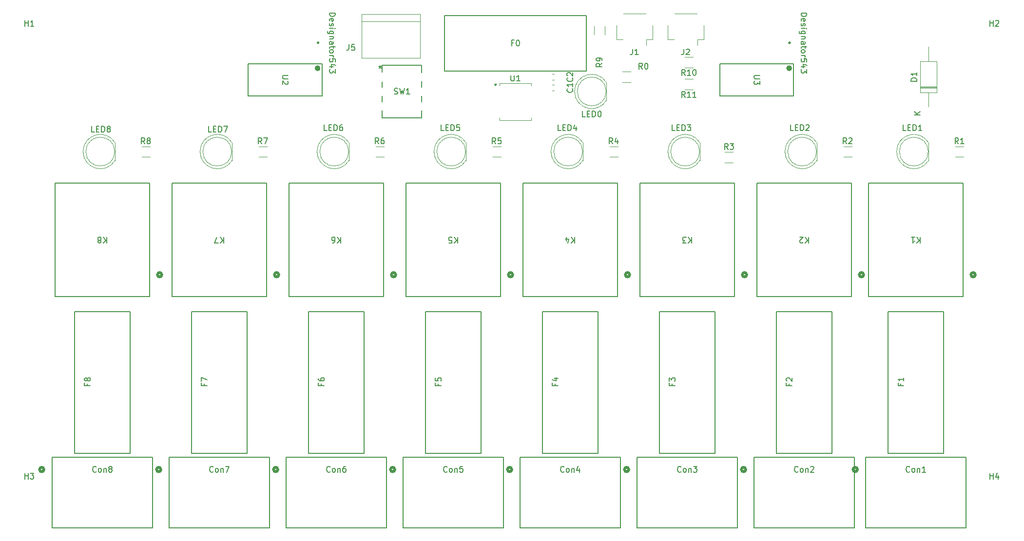
<source format=gbr>
%TF.GenerationSoftware,KiCad,Pcbnew,8.0.5*%
%TF.CreationDate,2024-09-24T14:10:05-04:00*%
%TF.ProjectId,MPD V1,4d504420-5631-42e6-9b69-6361645f7063,rev?*%
%TF.SameCoordinates,Original*%
%TF.FileFunction,Legend,Top*%
%TF.FilePolarity,Positive*%
%FSLAX46Y46*%
G04 Gerber Fmt 4.6, Leading zero omitted, Abs format (unit mm)*
G04 Created by KiCad (PCBNEW 8.0.5) date 2024-09-24 14:10:05*
%MOMM*%
%LPD*%
G01*
G04 APERTURE LIST*
%ADD10C,0.150000*%
%ADD11C,0.152400*%
%ADD12C,0.508000*%
%ADD13C,0.120000*%
%ADD14C,0.200000*%
%ADD15C,0.500000*%
%ADD16C,0.250000*%
G04 APERTURE END LIST*
D10*
X50038095Y-120714819D02*
X50038095Y-119714819D01*
X50038095Y-120191009D02*
X50609523Y-120191009D01*
X50609523Y-120714819D02*
X50609523Y-119714819D01*
X50990476Y-119714819D02*
X51609523Y-119714819D01*
X51609523Y-119714819D02*
X51276190Y-120095771D01*
X51276190Y-120095771D02*
X51419047Y-120095771D01*
X51419047Y-120095771D02*
X51514285Y-120143390D01*
X51514285Y-120143390D02*
X51561904Y-120191009D01*
X51561904Y-120191009D02*
X51609523Y-120286247D01*
X51609523Y-120286247D02*
X51609523Y-120524342D01*
X51609523Y-120524342D02*
X51561904Y-120619580D01*
X51561904Y-120619580D02*
X51514285Y-120667200D01*
X51514285Y-120667200D02*
X51419047Y-120714819D01*
X51419047Y-120714819D02*
X51133333Y-120714819D01*
X51133333Y-120714819D02*
X51038095Y-120667200D01*
X51038095Y-120667200D02*
X50990476Y-120619580D01*
X125198096Y-78653632D02*
X125198096Y-79653632D01*
X124626668Y-78653632D02*
X125055239Y-79225061D01*
X124626668Y-79653632D02*
X125198096Y-79082204D01*
X123721906Y-79653632D02*
X124198096Y-79653632D01*
X124198096Y-79653632D02*
X124245715Y-79177442D01*
X124245715Y-79177442D02*
X124198096Y-79225061D01*
X124198096Y-79225061D02*
X124102858Y-79272680D01*
X124102858Y-79272680D02*
X123864763Y-79272680D01*
X123864763Y-79272680D02*
X123769525Y-79225061D01*
X123769525Y-79225061D02*
X123721906Y-79177442D01*
X123721906Y-79177442D02*
X123674287Y-79082204D01*
X123674287Y-79082204D02*
X123674287Y-78844109D01*
X123674287Y-78844109D02*
X123721906Y-78748871D01*
X123721906Y-78748871D02*
X123769525Y-78701252D01*
X123769525Y-78701252D02*
X123864763Y-78653632D01*
X123864763Y-78653632D02*
X124102858Y-78653632D01*
X124102858Y-78653632D02*
X124198096Y-78701252D01*
X124198096Y-78701252D02*
X124245715Y-78748871D01*
X64238096Y-78653632D02*
X64238096Y-79653632D01*
X63666668Y-78653632D02*
X64095239Y-79225061D01*
X63666668Y-79653632D02*
X64238096Y-79082204D01*
X63095239Y-79225061D02*
X63190477Y-79272680D01*
X63190477Y-79272680D02*
X63238096Y-79320299D01*
X63238096Y-79320299D02*
X63285715Y-79415537D01*
X63285715Y-79415537D02*
X63285715Y-79463156D01*
X63285715Y-79463156D02*
X63238096Y-79558394D01*
X63238096Y-79558394D02*
X63190477Y-79606013D01*
X63190477Y-79606013D02*
X63095239Y-79653632D01*
X63095239Y-79653632D02*
X62904763Y-79653632D01*
X62904763Y-79653632D02*
X62809525Y-79606013D01*
X62809525Y-79606013D02*
X62761906Y-79558394D01*
X62761906Y-79558394D02*
X62714287Y-79463156D01*
X62714287Y-79463156D02*
X62714287Y-79415537D01*
X62714287Y-79415537D02*
X62761906Y-79320299D01*
X62761906Y-79320299D02*
X62809525Y-79272680D01*
X62809525Y-79272680D02*
X62904763Y-79225061D01*
X62904763Y-79225061D02*
X63095239Y-79225061D01*
X63095239Y-79225061D02*
X63190477Y-79177442D01*
X63190477Y-79177442D02*
X63238096Y-79129823D01*
X63238096Y-79129823D02*
X63285715Y-79034585D01*
X63285715Y-79034585D02*
X63285715Y-78844109D01*
X63285715Y-78844109D02*
X63238096Y-78748871D01*
X63238096Y-78748871D02*
X63190477Y-78701252D01*
X63190477Y-78701252D02*
X63095239Y-78653632D01*
X63095239Y-78653632D02*
X62904763Y-78653632D01*
X62904763Y-78653632D02*
X62809525Y-78701252D01*
X62809525Y-78701252D02*
X62761906Y-78748871D01*
X62761906Y-78748871D02*
X62714287Y-78844109D01*
X62714287Y-78844109D02*
X62714287Y-79034585D01*
X62714287Y-79034585D02*
X62761906Y-79129823D01*
X62761906Y-79129823D02*
X62809525Y-79177442D01*
X62809525Y-79177442D02*
X62904763Y-79225061D01*
X102512952Y-60144819D02*
X102036762Y-60144819D01*
X102036762Y-60144819D02*
X102036762Y-59144819D01*
X102846286Y-59621009D02*
X103179619Y-59621009D01*
X103322476Y-60144819D02*
X102846286Y-60144819D01*
X102846286Y-60144819D02*
X102846286Y-59144819D01*
X102846286Y-59144819D02*
X103322476Y-59144819D01*
X103751048Y-60144819D02*
X103751048Y-59144819D01*
X103751048Y-59144819D02*
X103989143Y-59144819D01*
X103989143Y-59144819D02*
X104132000Y-59192438D01*
X104132000Y-59192438D02*
X104227238Y-59287676D01*
X104227238Y-59287676D02*
X104274857Y-59382914D01*
X104274857Y-59382914D02*
X104322476Y-59573390D01*
X104322476Y-59573390D02*
X104322476Y-59716247D01*
X104322476Y-59716247D02*
X104274857Y-59906723D01*
X104274857Y-59906723D02*
X104227238Y-60001961D01*
X104227238Y-60001961D02*
X104132000Y-60097200D01*
X104132000Y-60097200D02*
X103989143Y-60144819D01*
X103989143Y-60144819D02*
X103751048Y-60144819D01*
X105179619Y-59144819D02*
X104989143Y-59144819D01*
X104989143Y-59144819D02*
X104893905Y-59192438D01*
X104893905Y-59192438D02*
X104846286Y-59240057D01*
X104846286Y-59240057D02*
X104751048Y-59382914D01*
X104751048Y-59382914D02*
X104703429Y-59573390D01*
X104703429Y-59573390D02*
X104703429Y-59954342D01*
X104703429Y-59954342D02*
X104751048Y-60049580D01*
X104751048Y-60049580D02*
X104798667Y-60097200D01*
X104798667Y-60097200D02*
X104893905Y-60144819D01*
X104893905Y-60144819D02*
X105084381Y-60144819D01*
X105084381Y-60144819D02*
X105179619Y-60097200D01*
X105179619Y-60097200D02*
X105227238Y-60049580D01*
X105227238Y-60049580D02*
X105274857Y-59954342D01*
X105274857Y-59954342D02*
X105274857Y-59716247D01*
X105274857Y-59716247D02*
X105227238Y-59621009D01*
X105227238Y-59621009D02*
X105179619Y-59573390D01*
X105179619Y-59573390D02*
X105084381Y-59525771D01*
X105084381Y-59525771D02*
X104893905Y-59525771D01*
X104893905Y-59525771D02*
X104798667Y-59573390D01*
X104798667Y-59573390D02*
X104751048Y-59621009D01*
X104751048Y-59621009D02*
X104703429Y-59716247D01*
X143708571Y-119430581D02*
X143660952Y-119478201D01*
X143660952Y-119478201D02*
X143518095Y-119525820D01*
X143518095Y-119525820D02*
X143422857Y-119525820D01*
X143422857Y-119525820D02*
X143280000Y-119478201D01*
X143280000Y-119478201D02*
X143184762Y-119382962D01*
X143184762Y-119382962D02*
X143137143Y-119287724D01*
X143137143Y-119287724D02*
X143089524Y-119097248D01*
X143089524Y-119097248D02*
X143089524Y-118954391D01*
X143089524Y-118954391D02*
X143137143Y-118763915D01*
X143137143Y-118763915D02*
X143184762Y-118668677D01*
X143184762Y-118668677D02*
X143280000Y-118573439D01*
X143280000Y-118573439D02*
X143422857Y-118525820D01*
X143422857Y-118525820D02*
X143518095Y-118525820D01*
X143518095Y-118525820D02*
X143660952Y-118573439D01*
X143660952Y-118573439D02*
X143708571Y-118621058D01*
X144280000Y-119525820D02*
X144184762Y-119478201D01*
X144184762Y-119478201D02*
X144137143Y-119430581D01*
X144137143Y-119430581D02*
X144089524Y-119335343D01*
X144089524Y-119335343D02*
X144089524Y-119049629D01*
X144089524Y-119049629D02*
X144137143Y-118954391D01*
X144137143Y-118954391D02*
X144184762Y-118906772D01*
X144184762Y-118906772D02*
X144280000Y-118859153D01*
X144280000Y-118859153D02*
X144422857Y-118859153D01*
X144422857Y-118859153D02*
X144518095Y-118906772D01*
X144518095Y-118906772D02*
X144565714Y-118954391D01*
X144565714Y-118954391D02*
X144613333Y-119049629D01*
X144613333Y-119049629D02*
X144613333Y-119335343D01*
X144613333Y-119335343D02*
X144565714Y-119430581D01*
X144565714Y-119430581D02*
X144518095Y-119478201D01*
X144518095Y-119478201D02*
X144422857Y-119525820D01*
X144422857Y-119525820D02*
X144280000Y-119525820D01*
X145041905Y-118859153D02*
X145041905Y-119525820D01*
X145041905Y-118954391D02*
X145089524Y-118906772D01*
X145089524Y-118906772D02*
X145184762Y-118859153D01*
X145184762Y-118859153D02*
X145327619Y-118859153D01*
X145327619Y-118859153D02*
X145422857Y-118906772D01*
X145422857Y-118906772D02*
X145470476Y-119002010D01*
X145470476Y-119002010D02*
X145470476Y-119525820D01*
X146375238Y-118859153D02*
X146375238Y-119525820D01*
X146137143Y-118478201D02*
X145899048Y-119192486D01*
X145899048Y-119192486D02*
X146518095Y-119192486D01*
X182811009Y-104164336D02*
X182811009Y-104497669D01*
X183334819Y-104497669D02*
X182334819Y-104497669D01*
X182334819Y-104497669D02*
X182334819Y-104021479D01*
X182430057Y-103688145D02*
X182382438Y-103640526D01*
X182382438Y-103640526D02*
X182334819Y-103545288D01*
X182334819Y-103545288D02*
X182334819Y-103307193D01*
X182334819Y-103307193D02*
X182382438Y-103211955D01*
X182382438Y-103211955D02*
X182430057Y-103164336D01*
X182430057Y-103164336D02*
X182525295Y-103116717D01*
X182525295Y-103116717D02*
X182620533Y-103116717D01*
X182620533Y-103116717D02*
X182763390Y-103164336D01*
X182763390Y-103164336D02*
X183334819Y-103735764D01*
X183334819Y-103735764D02*
X183334819Y-103116717D01*
X164506666Y-45949819D02*
X164506666Y-46664104D01*
X164506666Y-46664104D02*
X164459047Y-46806961D01*
X164459047Y-46806961D02*
X164363809Y-46902200D01*
X164363809Y-46902200D02*
X164220952Y-46949819D01*
X164220952Y-46949819D02*
X164125714Y-46949819D01*
X164935238Y-46045057D02*
X164982857Y-45997438D01*
X164982857Y-45997438D02*
X165078095Y-45949819D01*
X165078095Y-45949819D02*
X165316190Y-45949819D01*
X165316190Y-45949819D02*
X165411428Y-45997438D01*
X165411428Y-45997438D02*
X165459047Y-46045057D01*
X165459047Y-46045057D02*
X165506666Y-46140295D01*
X165506666Y-46140295D02*
X165506666Y-46235533D01*
X165506666Y-46235533D02*
X165459047Y-46378390D01*
X165459047Y-46378390D02*
X164887619Y-46949819D01*
X164887619Y-46949819D02*
X165506666Y-46949819D01*
X143152952Y-60144819D02*
X142676762Y-60144819D01*
X142676762Y-60144819D02*
X142676762Y-59144819D01*
X143486286Y-59621009D02*
X143819619Y-59621009D01*
X143962476Y-60144819D02*
X143486286Y-60144819D01*
X143486286Y-60144819D02*
X143486286Y-59144819D01*
X143486286Y-59144819D02*
X143962476Y-59144819D01*
X144391048Y-60144819D02*
X144391048Y-59144819D01*
X144391048Y-59144819D02*
X144629143Y-59144819D01*
X144629143Y-59144819D02*
X144772000Y-59192438D01*
X144772000Y-59192438D02*
X144867238Y-59287676D01*
X144867238Y-59287676D02*
X144914857Y-59382914D01*
X144914857Y-59382914D02*
X144962476Y-59573390D01*
X144962476Y-59573390D02*
X144962476Y-59716247D01*
X144962476Y-59716247D02*
X144914857Y-59906723D01*
X144914857Y-59906723D02*
X144867238Y-60001961D01*
X144867238Y-60001961D02*
X144772000Y-60097200D01*
X144772000Y-60097200D02*
X144629143Y-60144819D01*
X144629143Y-60144819D02*
X144391048Y-60144819D01*
X145819619Y-59478152D02*
X145819619Y-60144819D01*
X145581524Y-59097200D02*
X145343429Y-59811485D01*
X145343429Y-59811485D02*
X145962476Y-59811485D01*
X152163331Y-62428371D02*
X151829998Y-61952180D01*
X151591903Y-62428371D02*
X151591903Y-61428371D01*
X151591903Y-61428371D02*
X151972855Y-61428371D01*
X151972855Y-61428371D02*
X152068093Y-61475990D01*
X152068093Y-61475990D02*
X152115712Y-61523609D01*
X152115712Y-61523609D02*
X152163331Y-61618847D01*
X152163331Y-61618847D02*
X152163331Y-61761704D01*
X152163331Y-61761704D02*
X152115712Y-61856942D01*
X152115712Y-61856942D02*
X152068093Y-61904561D01*
X152068093Y-61904561D02*
X151972855Y-61952180D01*
X151972855Y-61952180D02*
X151591903Y-61952180D01*
X153020474Y-61761704D02*
X153020474Y-62428371D01*
X152782379Y-61380752D02*
X152544284Y-62095037D01*
X152544284Y-62095037D02*
X153163331Y-62095037D01*
X162491011Y-104164336D02*
X162491011Y-104497669D01*
X163014821Y-104497669D02*
X162014821Y-104497669D01*
X162014821Y-104497669D02*
X162014821Y-104021479D01*
X162014821Y-103735764D02*
X162014821Y-103116717D01*
X162014821Y-103116717D02*
X162395773Y-103450050D01*
X162395773Y-103450050D02*
X162395773Y-103307193D01*
X162395773Y-103307193D02*
X162443392Y-103211955D01*
X162443392Y-103211955D02*
X162491011Y-103164336D01*
X162491011Y-103164336D02*
X162586249Y-103116717D01*
X162586249Y-103116717D02*
X162824344Y-103116717D01*
X162824344Y-103116717D02*
X162919582Y-103164336D01*
X162919582Y-103164336D02*
X162967202Y-103211955D01*
X162967202Y-103211955D02*
X163014821Y-103307193D01*
X163014821Y-103307193D02*
X163014821Y-103592907D01*
X163014821Y-103592907D02*
X162967202Y-103688145D01*
X162967202Y-103688145D02*
X162919582Y-103735764D01*
X204994819Y-51538094D02*
X203994819Y-51538094D01*
X203994819Y-51538094D02*
X203994819Y-51299999D01*
X203994819Y-51299999D02*
X204042438Y-51157142D01*
X204042438Y-51157142D02*
X204137676Y-51061904D01*
X204137676Y-51061904D02*
X204232914Y-51014285D01*
X204232914Y-51014285D02*
X204423390Y-50966666D01*
X204423390Y-50966666D02*
X204566247Y-50966666D01*
X204566247Y-50966666D02*
X204756723Y-51014285D01*
X204756723Y-51014285D02*
X204851961Y-51061904D01*
X204851961Y-51061904D02*
X204947200Y-51157142D01*
X204947200Y-51157142D02*
X204994819Y-51299999D01*
X204994819Y-51299999D02*
X204994819Y-51538094D01*
X204994819Y-50014285D02*
X204994819Y-50585713D01*
X204994819Y-50299999D02*
X203994819Y-50299999D01*
X203994819Y-50299999D02*
X204137676Y-50395237D01*
X204137676Y-50395237D02*
X204232914Y-50490475D01*
X204232914Y-50490475D02*
X204280533Y-50585713D01*
X205564819Y-57411904D02*
X204564819Y-57411904D01*
X205564819Y-56840476D02*
X204993390Y-57269047D01*
X204564819Y-56840476D02*
X205136247Y-57411904D01*
X70883333Y-62428371D02*
X70550000Y-61952180D01*
X70311905Y-62428371D02*
X70311905Y-61428371D01*
X70311905Y-61428371D02*
X70692857Y-61428371D01*
X70692857Y-61428371D02*
X70788095Y-61475990D01*
X70788095Y-61475990D02*
X70835714Y-61523609D01*
X70835714Y-61523609D02*
X70883333Y-61618847D01*
X70883333Y-61618847D02*
X70883333Y-61761704D01*
X70883333Y-61761704D02*
X70835714Y-61856942D01*
X70835714Y-61856942D02*
X70788095Y-61904561D01*
X70788095Y-61904561D02*
X70692857Y-61952180D01*
X70692857Y-61952180D02*
X70311905Y-61952180D01*
X71454762Y-61856942D02*
X71359524Y-61809323D01*
X71359524Y-61809323D02*
X71311905Y-61761704D01*
X71311905Y-61761704D02*
X71264286Y-61666466D01*
X71264286Y-61666466D02*
X71264286Y-61618847D01*
X71264286Y-61618847D02*
X71311905Y-61523609D01*
X71311905Y-61523609D02*
X71359524Y-61475990D01*
X71359524Y-61475990D02*
X71454762Y-61428371D01*
X71454762Y-61428371D02*
X71645238Y-61428371D01*
X71645238Y-61428371D02*
X71740476Y-61475990D01*
X71740476Y-61475990D02*
X71788095Y-61523609D01*
X71788095Y-61523609D02*
X71835714Y-61618847D01*
X71835714Y-61618847D02*
X71835714Y-61666466D01*
X71835714Y-61666466D02*
X71788095Y-61761704D01*
X71788095Y-61761704D02*
X71740476Y-61809323D01*
X71740476Y-61809323D02*
X71645238Y-61856942D01*
X71645238Y-61856942D02*
X71454762Y-61856942D01*
X71454762Y-61856942D02*
X71359524Y-61904561D01*
X71359524Y-61904561D02*
X71311905Y-61952180D01*
X71311905Y-61952180D02*
X71264286Y-62047418D01*
X71264286Y-62047418D02*
X71264286Y-62237894D01*
X71264286Y-62237894D02*
X71311905Y-62333132D01*
X71311905Y-62333132D02*
X71359524Y-62380752D01*
X71359524Y-62380752D02*
X71454762Y-62428371D01*
X71454762Y-62428371D02*
X71645238Y-62428371D01*
X71645238Y-62428371D02*
X71740476Y-62380752D01*
X71740476Y-62380752D02*
X71788095Y-62333132D01*
X71788095Y-62333132D02*
X71835714Y-62237894D01*
X71835714Y-62237894D02*
X71835714Y-62047418D01*
X71835714Y-62047418D02*
X71788095Y-61952180D01*
X71788095Y-61952180D02*
X71740476Y-61904561D01*
X71740476Y-61904561D02*
X71645238Y-61856942D01*
X50038095Y-41974819D02*
X50038095Y-40974819D01*
X50038095Y-41451009D02*
X50609523Y-41451009D01*
X50609523Y-41974819D02*
X50609523Y-40974819D01*
X51609523Y-41974819D02*
X51038095Y-41974819D01*
X51323809Y-41974819D02*
X51323809Y-40974819D01*
X51323809Y-40974819D02*
X51228571Y-41117676D01*
X51228571Y-41117676D02*
X51133333Y-41212914D01*
X51133333Y-41212914D02*
X51038095Y-41260533D01*
X123388573Y-119430581D02*
X123340954Y-119478201D01*
X123340954Y-119478201D02*
X123198097Y-119525820D01*
X123198097Y-119525820D02*
X123102859Y-119525820D01*
X123102859Y-119525820D02*
X122960002Y-119478201D01*
X122960002Y-119478201D02*
X122864764Y-119382962D01*
X122864764Y-119382962D02*
X122817145Y-119287724D01*
X122817145Y-119287724D02*
X122769526Y-119097248D01*
X122769526Y-119097248D02*
X122769526Y-118954391D01*
X122769526Y-118954391D02*
X122817145Y-118763915D01*
X122817145Y-118763915D02*
X122864764Y-118668677D01*
X122864764Y-118668677D02*
X122960002Y-118573439D01*
X122960002Y-118573439D02*
X123102859Y-118525820D01*
X123102859Y-118525820D02*
X123198097Y-118525820D01*
X123198097Y-118525820D02*
X123340954Y-118573439D01*
X123340954Y-118573439D02*
X123388573Y-118621058D01*
X123960002Y-119525820D02*
X123864764Y-119478201D01*
X123864764Y-119478201D02*
X123817145Y-119430581D01*
X123817145Y-119430581D02*
X123769526Y-119335343D01*
X123769526Y-119335343D02*
X123769526Y-119049629D01*
X123769526Y-119049629D02*
X123817145Y-118954391D01*
X123817145Y-118954391D02*
X123864764Y-118906772D01*
X123864764Y-118906772D02*
X123960002Y-118859153D01*
X123960002Y-118859153D02*
X124102859Y-118859153D01*
X124102859Y-118859153D02*
X124198097Y-118906772D01*
X124198097Y-118906772D02*
X124245716Y-118954391D01*
X124245716Y-118954391D02*
X124293335Y-119049629D01*
X124293335Y-119049629D02*
X124293335Y-119335343D01*
X124293335Y-119335343D02*
X124245716Y-119430581D01*
X124245716Y-119430581D02*
X124198097Y-119478201D01*
X124198097Y-119478201D02*
X124102859Y-119525820D01*
X124102859Y-119525820D02*
X123960002Y-119525820D01*
X124721907Y-118859153D02*
X124721907Y-119525820D01*
X124721907Y-118954391D02*
X124769526Y-118906772D01*
X124769526Y-118906772D02*
X124864764Y-118859153D01*
X124864764Y-118859153D02*
X125007621Y-118859153D01*
X125007621Y-118859153D02*
X125102859Y-118906772D01*
X125102859Y-118906772D02*
X125150478Y-119002010D01*
X125150478Y-119002010D02*
X125150478Y-119525820D01*
X126102859Y-118525820D02*
X125626669Y-118525820D01*
X125626669Y-118525820D02*
X125579050Y-119002010D01*
X125579050Y-119002010D02*
X125626669Y-118954391D01*
X125626669Y-118954391D02*
X125721907Y-118906772D01*
X125721907Y-118906772D02*
X125960002Y-118906772D01*
X125960002Y-118906772D02*
X126055240Y-118954391D01*
X126055240Y-118954391D02*
X126102859Y-119002010D01*
X126102859Y-119002010D02*
X126150478Y-119097248D01*
X126150478Y-119097248D02*
X126150478Y-119335343D01*
X126150478Y-119335343D02*
X126102859Y-119430581D01*
X126102859Y-119430581D02*
X126055240Y-119478201D01*
X126055240Y-119478201D02*
X125960002Y-119525820D01*
X125960002Y-119525820D02*
X125721907Y-119525820D01*
X125721907Y-119525820D02*
X125626669Y-119478201D01*
X125626669Y-119478201D02*
X125579050Y-119430581D01*
X101531011Y-104164336D02*
X101531011Y-104497669D01*
X102054821Y-104497669D02*
X101054821Y-104497669D01*
X101054821Y-104497669D02*
X101054821Y-104021479D01*
X101054821Y-103211955D02*
X101054821Y-103402431D01*
X101054821Y-103402431D02*
X101102440Y-103497669D01*
X101102440Y-103497669D02*
X101150059Y-103545288D01*
X101150059Y-103545288D02*
X101292916Y-103640526D01*
X101292916Y-103640526D02*
X101483392Y-103688145D01*
X101483392Y-103688145D02*
X101864344Y-103688145D01*
X101864344Y-103688145D02*
X101959582Y-103640526D01*
X101959582Y-103640526D02*
X102007202Y-103592907D01*
X102007202Y-103592907D02*
X102054821Y-103497669D01*
X102054821Y-103497669D02*
X102054821Y-103307193D01*
X102054821Y-103307193D02*
X102007202Y-103211955D01*
X102007202Y-103211955D02*
X101959582Y-103164336D01*
X101959582Y-103164336D02*
X101864344Y-103116717D01*
X101864344Y-103116717D02*
X101626249Y-103116717D01*
X101626249Y-103116717D02*
X101531011Y-103164336D01*
X101531011Y-103164336D02*
X101483392Y-103211955D01*
X101483392Y-103211955D02*
X101435773Y-103307193D01*
X101435773Y-103307193D02*
X101435773Y-103497669D01*
X101435773Y-103497669D02*
X101483392Y-103592907D01*
X101483392Y-103592907D02*
X101531011Y-103640526D01*
X101531011Y-103640526D02*
X101626249Y-103688145D01*
X150314819Y-48426666D02*
X149838628Y-48759999D01*
X150314819Y-48998094D02*
X149314819Y-48998094D01*
X149314819Y-48998094D02*
X149314819Y-48617142D01*
X149314819Y-48617142D02*
X149362438Y-48521904D01*
X149362438Y-48521904D02*
X149410057Y-48474285D01*
X149410057Y-48474285D02*
X149505295Y-48426666D01*
X149505295Y-48426666D02*
X149648152Y-48426666D01*
X149648152Y-48426666D02*
X149743390Y-48474285D01*
X149743390Y-48474285D02*
X149791009Y-48521904D01*
X149791009Y-48521904D02*
X149838628Y-48617142D01*
X149838628Y-48617142D02*
X149838628Y-48998094D01*
X150314819Y-47950475D02*
X150314819Y-47759999D01*
X150314819Y-47759999D02*
X150267200Y-47664761D01*
X150267200Y-47664761D02*
X150219580Y-47617142D01*
X150219580Y-47617142D02*
X150076723Y-47521904D01*
X150076723Y-47521904D02*
X149886247Y-47474285D01*
X149886247Y-47474285D02*
X149505295Y-47474285D01*
X149505295Y-47474285D02*
X149410057Y-47521904D01*
X149410057Y-47521904D02*
X149362438Y-47569523D01*
X149362438Y-47569523D02*
X149314819Y-47664761D01*
X149314819Y-47664761D02*
X149314819Y-47855237D01*
X149314819Y-47855237D02*
X149362438Y-47950475D01*
X149362438Y-47950475D02*
X149410057Y-47998094D01*
X149410057Y-47998094D02*
X149505295Y-48045713D01*
X149505295Y-48045713D02*
X149743390Y-48045713D01*
X149743390Y-48045713D02*
X149838628Y-47998094D01*
X149838628Y-47998094D02*
X149886247Y-47950475D01*
X149886247Y-47950475D02*
X149933866Y-47855237D01*
X149933866Y-47855237D02*
X149933866Y-47664761D01*
X149933866Y-47664761D02*
X149886247Y-47569523D01*
X149886247Y-47569523D02*
X149838628Y-47521904D01*
X149838628Y-47521904D02*
X149743390Y-47474285D01*
X147400952Y-57754819D02*
X146924762Y-57754819D01*
X146924762Y-57754819D02*
X146924762Y-56754819D01*
X147734286Y-57231009D02*
X148067619Y-57231009D01*
X148210476Y-57754819D02*
X147734286Y-57754819D01*
X147734286Y-57754819D02*
X147734286Y-56754819D01*
X147734286Y-56754819D02*
X148210476Y-56754819D01*
X148639048Y-57754819D02*
X148639048Y-56754819D01*
X148639048Y-56754819D02*
X148877143Y-56754819D01*
X148877143Y-56754819D02*
X149020000Y-56802438D01*
X149020000Y-56802438D02*
X149115238Y-56897676D01*
X149115238Y-56897676D02*
X149162857Y-56992914D01*
X149162857Y-56992914D02*
X149210476Y-57183390D01*
X149210476Y-57183390D02*
X149210476Y-57326247D01*
X149210476Y-57326247D02*
X149162857Y-57516723D01*
X149162857Y-57516723D02*
X149115238Y-57611961D01*
X149115238Y-57611961D02*
X149020000Y-57707200D01*
X149020000Y-57707200D02*
X148877143Y-57754819D01*
X148877143Y-57754819D02*
X148639048Y-57754819D01*
X149829524Y-56754819D02*
X149924762Y-56754819D01*
X149924762Y-56754819D02*
X150020000Y-56802438D01*
X150020000Y-56802438D02*
X150067619Y-56850057D01*
X150067619Y-56850057D02*
X150115238Y-56945295D01*
X150115238Y-56945295D02*
X150162857Y-57135771D01*
X150162857Y-57135771D02*
X150162857Y-57373866D01*
X150162857Y-57373866D02*
X150115238Y-57564342D01*
X150115238Y-57564342D02*
X150067619Y-57659580D01*
X150067619Y-57659580D02*
X150020000Y-57707200D01*
X150020000Y-57707200D02*
X149924762Y-57754819D01*
X149924762Y-57754819D02*
X149829524Y-57754819D01*
X149829524Y-57754819D02*
X149734286Y-57707200D01*
X149734286Y-57707200D02*
X149686667Y-57659580D01*
X149686667Y-57659580D02*
X149639048Y-57564342D01*
X149639048Y-57564342D02*
X149591429Y-57373866D01*
X149591429Y-57373866D02*
X149591429Y-57135771D01*
X149591429Y-57135771D02*
X149639048Y-56945295D01*
X149639048Y-56945295D02*
X149686667Y-56850057D01*
X149686667Y-56850057D02*
X149734286Y-56802438D01*
X149734286Y-56802438D02*
X149829524Y-56754819D01*
X91203333Y-62428371D02*
X90870000Y-61952180D01*
X90631905Y-62428371D02*
X90631905Y-61428371D01*
X90631905Y-61428371D02*
X91012857Y-61428371D01*
X91012857Y-61428371D02*
X91108095Y-61475990D01*
X91108095Y-61475990D02*
X91155714Y-61523609D01*
X91155714Y-61523609D02*
X91203333Y-61618847D01*
X91203333Y-61618847D02*
X91203333Y-61761704D01*
X91203333Y-61761704D02*
X91155714Y-61856942D01*
X91155714Y-61856942D02*
X91108095Y-61904561D01*
X91108095Y-61904561D02*
X91012857Y-61952180D01*
X91012857Y-61952180D02*
X90631905Y-61952180D01*
X91536667Y-61428371D02*
X92203333Y-61428371D01*
X92203333Y-61428371D02*
X91774762Y-62428371D01*
X60891011Y-104164336D02*
X60891011Y-104497669D01*
X61414821Y-104497669D02*
X60414821Y-104497669D01*
X60414821Y-104497669D02*
X60414821Y-104021479D01*
X60843392Y-103497669D02*
X60795773Y-103592907D01*
X60795773Y-103592907D02*
X60748154Y-103640526D01*
X60748154Y-103640526D02*
X60652916Y-103688145D01*
X60652916Y-103688145D02*
X60605297Y-103688145D01*
X60605297Y-103688145D02*
X60510059Y-103640526D01*
X60510059Y-103640526D02*
X60462440Y-103592907D01*
X60462440Y-103592907D02*
X60414821Y-103497669D01*
X60414821Y-103497669D02*
X60414821Y-103307193D01*
X60414821Y-103307193D02*
X60462440Y-103211955D01*
X60462440Y-103211955D02*
X60510059Y-103164336D01*
X60510059Y-103164336D02*
X60605297Y-103116717D01*
X60605297Y-103116717D02*
X60652916Y-103116717D01*
X60652916Y-103116717D02*
X60748154Y-103164336D01*
X60748154Y-103164336D02*
X60795773Y-103211955D01*
X60795773Y-103211955D02*
X60843392Y-103307193D01*
X60843392Y-103307193D02*
X60843392Y-103497669D01*
X60843392Y-103497669D02*
X60891011Y-103592907D01*
X60891011Y-103592907D02*
X60938630Y-103640526D01*
X60938630Y-103640526D02*
X61033868Y-103688145D01*
X61033868Y-103688145D02*
X61224344Y-103688145D01*
X61224344Y-103688145D02*
X61319582Y-103640526D01*
X61319582Y-103640526D02*
X61367202Y-103592907D01*
X61367202Y-103592907D02*
X61414821Y-103497669D01*
X61414821Y-103497669D02*
X61414821Y-103307193D01*
X61414821Y-103307193D02*
X61367202Y-103211955D01*
X61367202Y-103211955D02*
X61319582Y-103164336D01*
X61319582Y-103164336D02*
X61224344Y-103116717D01*
X61224344Y-103116717D02*
X61033868Y-103116717D01*
X61033868Y-103116717D02*
X60938630Y-103164336D01*
X60938630Y-103164336D02*
X60891011Y-103211955D01*
X60891011Y-103211955D02*
X60843392Y-103307193D01*
X103068573Y-119430581D02*
X103020954Y-119478201D01*
X103020954Y-119478201D02*
X102878097Y-119525820D01*
X102878097Y-119525820D02*
X102782859Y-119525820D01*
X102782859Y-119525820D02*
X102640002Y-119478201D01*
X102640002Y-119478201D02*
X102544764Y-119382962D01*
X102544764Y-119382962D02*
X102497145Y-119287724D01*
X102497145Y-119287724D02*
X102449526Y-119097248D01*
X102449526Y-119097248D02*
X102449526Y-118954391D01*
X102449526Y-118954391D02*
X102497145Y-118763915D01*
X102497145Y-118763915D02*
X102544764Y-118668677D01*
X102544764Y-118668677D02*
X102640002Y-118573439D01*
X102640002Y-118573439D02*
X102782859Y-118525820D01*
X102782859Y-118525820D02*
X102878097Y-118525820D01*
X102878097Y-118525820D02*
X103020954Y-118573439D01*
X103020954Y-118573439D02*
X103068573Y-118621058D01*
X103640002Y-119525820D02*
X103544764Y-119478201D01*
X103544764Y-119478201D02*
X103497145Y-119430581D01*
X103497145Y-119430581D02*
X103449526Y-119335343D01*
X103449526Y-119335343D02*
X103449526Y-119049629D01*
X103449526Y-119049629D02*
X103497145Y-118954391D01*
X103497145Y-118954391D02*
X103544764Y-118906772D01*
X103544764Y-118906772D02*
X103640002Y-118859153D01*
X103640002Y-118859153D02*
X103782859Y-118859153D01*
X103782859Y-118859153D02*
X103878097Y-118906772D01*
X103878097Y-118906772D02*
X103925716Y-118954391D01*
X103925716Y-118954391D02*
X103973335Y-119049629D01*
X103973335Y-119049629D02*
X103973335Y-119335343D01*
X103973335Y-119335343D02*
X103925716Y-119430581D01*
X103925716Y-119430581D02*
X103878097Y-119478201D01*
X103878097Y-119478201D02*
X103782859Y-119525820D01*
X103782859Y-119525820D02*
X103640002Y-119525820D01*
X104401907Y-118859153D02*
X104401907Y-119525820D01*
X104401907Y-118954391D02*
X104449526Y-118906772D01*
X104449526Y-118906772D02*
X104544764Y-118859153D01*
X104544764Y-118859153D02*
X104687621Y-118859153D01*
X104687621Y-118859153D02*
X104782859Y-118906772D01*
X104782859Y-118906772D02*
X104830478Y-119002010D01*
X104830478Y-119002010D02*
X104830478Y-119525820D01*
X105735240Y-118525820D02*
X105544764Y-118525820D01*
X105544764Y-118525820D02*
X105449526Y-118573439D01*
X105449526Y-118573439D02*
X105401907Y-118621058D01*
X105401907Y-118621058D02*
X105306669Y-118763915D01*
X105306669Y-118763915D02*
X105259050Y-118954391D01*
X105259050Y-118954391D02*
X105259050Y-119335343D01*
X105259050Y-119335343D02*
X105306669Y-119430581D01*
X105306669Y-119430581D02*
X105354288Y-119478201D01*
X105354288Y-119478201D02*
X105449526Y-119525820D01*
X105449526Y-119525820D02*
X105640002Y-119525820D01*
X105640002Y-119525820D02*
X105735240Y-119478201D01*
X105735240Y-119478201D02*
X105782859Y-119430581D01*
X105782859Y-119430581D02*
X105830478Y-119335343D01*
X105830478Y-119335343D02*
X105830478Y-119097248D01*
X105830478Y-119097248D02*
X105782859Y-119002010D01*
X105782859Y-119002010D02*
X105735240Y-118954391D01*
X105735240Y-118954391D02*
X105640002Y-118906772D01*
X105640002Y-118906772D02*
X105449526Y-118906772D01*
X105449526Y-118906772D02*
X105354288Y-118954391D01*
X105354288Y-118954391D02*
X105306669Y-119002010D01*
X105306669Y-119002010D02*
X105259050Y-119097248D01*
X164028573Y-119430581D02*
X163980954Y-119478201D01*
X163980954Y-119478201D02*
X163838097Y-119525820D01*
X163838097Y-119525820D02*
X163742859Y-119525820D01*
X163742859Y-119525820D02*
X163600002Y-119478201D01*
X163600002Y-119478201D02*
X163504764Y-119382962D01*
X163504764Y-119382962D02*
X163457145Y-119287724D01*
X163457145Y-119287724D02*
X163409526Y-119097248D01*
X163409526Y-119097248D02*
X163409526Y-118954391D01*
X163409526Y-118954391D02*
X163457145Y-118763915D01*
X163457145Y-118763915D02*
X163504764Y-118668677D01*
X163504764Y-118668677D02*
X163600002Y-118573439D01*
X163600002Y-118573439D02*
X163742859Y-118525820D01*
X163742859Y-118525820D02*
X163838097Y-118525820D01*
X163838097Y-118525820D02*
X163980954Y-118573439D01*
X163980954Y-118573439D02*
X164028573Y-118621058D01*
X164600002Y-119525820D02*
X164504764Y-119478201D01*
X164504764Y-119478201D02*
X164457145Y-119430581D01*
X164457145Y-119430581D02*
X164409526Y-119335343D01*
X164409526Y-119335343D02*
X164409526Y-119049629D01*
X164409526Y-119049629D02*
X164457145Y-118954391D01*
X164457145Y-118954391D02*
X164504764Y-118906772D01*
X164504764Y-118906772D02*
X164600002Y-118859153D01*
X164600002Y-118859153D02*
X164742859Y-118859153D01*
X164742859Y-118859153D02*
X164838097Y-118906772D01*
X164838097Y-118906772D02*
X164885716Y-118954391D01*
X164885716Y-118954391D02*
X164933335Y-119049629D01*
X164933335Y-119049629D02*
X164933335Y-119335343D01*
X164933335Y-119335343D02*
X164885716Y-119430581D01*
X164885716Y-119430581D02*
X164838097Y-119478201D01*
X164838097Y-119478201D02*
X164742859Y-119525820D01*
X164742859Y-119525820D02*
X164600002Y-119525820D01*
X165361907Y-118859153D02*
X165361907Y-119525820D01*
X165361907Y-118954391D02*
X165409526Y-118906772D01*
X165409526Y-118906772D02*
X165504764Y-118859153D01*
X165504764Y-118859153D02*
X165647621Y-118859153D01*
X165647621Y-118859153D02*
X165742859Y-118906772D01*
X165742859Y-118906772D02*
X165790478Y-119002010D01*
X165790478Y-119002010D02*
X165790478Y-119525820D01*
X166171431Y-118525820D02*
X166790478Y-118525820D01*
X166790478Y-118525820D02*
X166457145Y-118906772D01*
X166457145Y-118906772D02*
X166600002Y-118906772D01*
X166600002Y-118906772D02*
X166695240Y-118954391D01*
X166695240Y-118954391D02*
X166742859Y-119002010D01*
X166742859Y-119002010D02*
X166790478Y-119097248D01*
X166790478Y-119097248D02*
X166790478Y-119335343D01*
X166790478Y-119335343D02*
X166742859Y-119430581D01*
X166742859Y-119430581D02*
X166695240Y-119478201D01*
X166695240Y-119478201D02*
X166600002Y-119525820D01*
X166600002Y-119525820D02*
X166314288Y-119525820D01*
X166314288Y-119525820D02*
X166219050Y-119478201D01*
X166219050Y-119478201D02*
X166171431Y-119430581D01*
X205558096Y-78653632D02*
X205558096Y-79653632D01*
X204986668Y-78653632D02*
X205415239Y-79225061D01*
X204986668Y-79653632D02*
X205558096Y-79082204D01*
X204034287Y-78653632D02*
X204605715Y-78653632D01*
X204320001Y-78653632D02*
X204320001Y-79653632D01*
X204320001Y-79653632D02*
X204415239Y-79510775D01*
X204415239Y-79510775D02*
X204510477Y-79415537D01*
X204510477Y-79415537D02*
X204605715Y-79367918D01*
X202211011Y-104164336D02*
X202211011Y-104497669D01*
X202734821Y-104497669D02*
X201734821Y-104497669D01*
X201734821Y-104497669D02*
X201734821Y-104021479D01*
X202734821Y-103116717D02*
X202734821Y-103688145D01*
X202734821Y-103402431D02*
X201734821Y-103402431D01*
X201734821Y-103402431D02*
X201877678Y-103497669D01*
X201877678Y-103497669D02*
X201972916Y-103592907D01*
X201972916Y-103592907D02*
X202020535Y-103688145D01*
X145139580Y-52871666D02*
X145187200Y-52919285D01*
X145187200Y-52919285D02*
X145234819Y-53062142D01*
X145234819Y-53062142D02*
X145234819Y-53157380D01*
X145234819Y-53157380D02*
X145187200Y-53300237D01*
X145187200Y-53300237D02*
X145091961Y-53395475D01*
X145091961Y-53395475D02*
X144996723Y-53443094D01*
X144996723Y-53443094D02*
X144806247Y-53490713D01*
X144806247Y-53490713D02*
X144663390Y-53490713D01*
X144663390Y-53490713D02*
X144472914Y-53443094D01*
X144472914Y-53443094D02*
X144377676Y-53395475D01*
X144377676Y-53395475D02*
X144282438Y-53300237D01*
X144282438Y-53300237D02*
X144234819Y-53157380D01*
X144234819Y-53157380D02*
X144234819Y-53062142D01*
X144234819Y-53062142D02*
X144282438Y-52919285D01*
X144282438Y-52919285D02*
X144330057Y-52871666D01*
X145234819Y-51919285D02*
X145234819Y-52490713D01*
X145234819Y-52204999D02*
X144234819Y-52204999D01*
X144234819Y-52204999D02*
X144377676Y-52300237D01*
X144377676Y-52300237D02*
X144472914Y-52395475D01*
X144472914Y-52395475D02*
X144520533Y-52490713D01*
X165838096Y-78653632D02*
X165838096Y-79653632D01*
X165266668Y-78653632D02*
X165695239Y-79225061D01*
X165266668Y-79653632D02*
X165838096Y-79082204D01*
X164933334Y-79653632D02*
X164314287Y-79653632D01*
X164314287Y-79653632D02*
X164647620Y-79272680D01*
X164647620Y-79272680D02*
X164504763Y-79272680D01*
X164504763Y-79272680D02*
X164409525Y-79225061D01*
X164409525Y-79225061D02*
X164361906Y-79177442D01*
X164361906Y-79177442D02*
X164314287Y-79082204D01*
X164314287Y-79082204D02*
X164314287Y-78844109D01*
X164314287Y-78844109D02*
X164361906Y-78748871D01*
X164361906Y-78748871D02*
X164409525Y-78701252D01*
X164409525Y-78701252D02*
X164504763Y-78653632D01*
X164504763Y-78653632D02*
X164790477Y-78653632D01*
X164790477Y-78653632D02*
X164885715Y-78701252D01*
X164885715Y-78701252D02*
X164933334Y-78748871D01*
X155616666Y-45949819D02*
X155616666Y-46664104D01*
X155616666Y-46664104D02*
X155569047Y-46806961D01*
X155569047Y-46806961D02*
X155473809Y-46902200D01*
X155473809Y-46902200D02*
X155330952Y-46949819D01*
X155330952Y-46949819D02*
X155235714Y-46949819D01*
X156616666Y-46949819D02*
X156045238Y-46949819D01*
X156330952Y-46949819D02*
X156330952Y-45949819D01*
X156330952Y-45949819D02*
X156235714Y-46092676D01*
X156235714Y-46092676D02*
X156140476Y-46187914D01*
X156140476Y-46187914D02*
X156045238Y-46235533D01*
X134493095Y-50529321D02*
X134493095Y-51338844D01*
X134493095Y-51338844D02*
X134540714Y-51434082D01*
X134540714Y-51434082D02*
X134588333Y-51481702D01*
X134588333Y-51481702D02*
X134683571Y-51529321D01*
X134683571Y-51529321D02*
X134874047Y-51529321D01*
X134874047Y-51529321D02*
X134969285Y-51481702D01*
X134969285Y-51481702D02*
X135016904Y-51434082D01*
X135016904Y-51434082D02*
X135064523Y-51338844D01*
X135064523Y-51338844D02*
X135064523Y-50529321D01*
X136064523Y-51529321D02*
X135493095Y-51529321D01*
X135778809Y-51529321D02*
X135778809Y-50529321D01*
X135778809Y-50529321D02*
X135683571Y-50672178D01*
X135683571Y-50672178D02*
X135588333Y-50767416D01*
X135588333Y-50767416D02*
X135493095Y-50815035D01*
X164737142Y-54344819D02*
X164403809Y-53868628D01*
X164165714Y-54344819D02*
X164165714Y-53344819D01*
X164165714Y-53344819D02*
X164546666Y-53344819D01*
X164546666Y-53344819D02*
X164641904Y-53392438D01*
X164641904Y-53392438D02*
X164689523Y-53440057D01*
X164689523Y-53440057D02*
X164737142Y-53535295D01*
X164737142Y-53535295D02*
X164737142Y-53678152D01*
X164737142Y-53678152D02*
X164689523Y-53773390D01*
X164689523Y-53773390D02*
X164641904Y-53821009D01*
X164641904Y-53821009D02*
X164546666Y-53868628D01*
X164546666Y-53868628D02*
X164165714Y-53868628D01*
X165689523Y-54344819D02*
X165118095Y-54344819D01*
X165403809Y-54344819D02*
X165403809Y-53344819D01*
X165403809Y-53344819D02*
X165308571Y-53487676D01*
X165308571Y-53487676D02*
X165213333Y-53582914D01*
X165213333Y-53582914D02*
X165118095Y-53630533D01*
X166641904Y-54344819D02*
X166070476Y-54344819D01*
X166356190Y-54344819D02*
X166356190Y-53344819D01*
X166356190Y-53344819D02*
X166260952Y-53487676D01*
X166260952Y-53487676D02*
X166165714Y-53582914D01*
X166165714Y-53582914D02*
X166070476Y-53630533D01*
X157333333Y-49434819D02*
X157000000Y-48958628D01*
X156761905Y-49434819D02*
X156761905Y-48434819D01*
X156761905Y-48434819D02*
X157142857Y-48434819D01*
X157142857Y-48434819D02*
X157238095Y-48482438D01*
X157238095Y-48482438D02*
X157285714Y-48530057D01*
X157285714Y-48530057D02*
X157333333Y-48625295D01*
X157333333Y-48625295D02*
X157333333Y-48768152D01*
X157333333Y-48768152D02*
X157285714Y-48863390D01*
X157285714Y-48863390D02*
X157238095Y-48911009D01*
X157238095Y-48911009D02*
X157142857Y-48958628D01*
X157142857Y-48958628D02*
X156761905Y-48958628D01*
X157952381Y-48434819D02*
X158047619Y-48434819D01*
X158047619Y-48434819D02*
X158142857Y-48482438D01*
X158142857Y-48482438D02*
X158190476Y-48530057D01*
X158190476Y-48530057D02*
X158238095Y-48625295D01*
X158238095Y-48625295D02*
X158285714Y-48815771D01*
X158285714Y-48815771D02*
X158285714Y-49053866D01*
X158285714Y-49053866D02*
X158238095Y-49244342D01*
X158238095Y-49244342D02*
X158190476Y-49339580D01*
X158190476Y-49339580D02*
X158142857Y-49387200D01*
X158142857Y-49387200D02*
X158047619Y-49434819D01*
X158047619Y-49434819D02*
X157952381Y-49434819D01*
X157952381Y-49434819D02*
X157857143Y-49387200D01*
X157857143Y-49387200D02*
X157809524Y-49339580D01*
X157809524Y-49339580D02*
X157761905Y-49244342D01*
X157761905Y-49244342D02*
X157714286Y-49053866D01*
X157714286Y-49053866D02*
X157714286Y-48815771D01*
X157714286Y-48815771D02*
X157761905Y-48625295D01*
X157761905Y-48625295D02*
X157809524Y-48530057D01*
X157809524Y-48530057D02*
X157857143Y-48482438D01*
X157857143Y-48482438D02*
X157952381Y-48434819D01*
X121851011Y-104164336D02*
X121851011Y-104497669D01*
X122374821Y-104497669D02*
X121374821Y-104497669D01*
X121374821Y-104497669D02*
X121374821Y-104021479D01*
X121374821Y-103164336D02*
X121374821Y-103640526D01*
X121374821Y-103640526D02*
X121851011Y-103688145D01*
X121851011Y-103688145D02*
X121803392Y-103640526D01*
X121803392Y-103640526D02*
X121755773Y-103545288D01*
X121755773Y-103545288D02*
X121755773Y-103307193D01*
X121755773Y-103307193D02*
X121803392Y-103211955D01*
X121803392Y-103211955D02*
X121851011Y-103164336D01*
X121851011Y-103164336D02*
X121946249Y-103116717D01*
X121946249Y-103116717D02*
X122184344Y-103116717D01*
X122184344Y-103116717D02*
X122279582Y-103164336D01*
X122279582Y-103164336D02*
X122327202Y-103211955D01*
X122327202Y-103211955D02*
X122374821Y-103307193D01*
X122374821Y-103307193D02*
X122374821Y-103545288D01*
X122374821Y-103545288D02*
X122327202Y-103640526D01*
X122327202Y-103640526D02*
X122279582Y-103688145D01*
X203748573Y-119430581D02*
X203700954Y-119478201D01*
X203700954Y-119478201D02*
X203558097Y-119525820D01*
X203558097Y-119525820D02*
X203462859Y-119525820D01*
X203462859Y-119525820D02*
X203320002Y-119478201D01*
X203320002Y-119478201D02*
X203224764Y-119382962D01*
X203224764Y-119382962D02*
X203177145Y-119287724D01*
X203177145Y-119287724D02*
X203129526Y-119097248D01*
X203129526Y-119097248D02*
X203129526Y-118954391D01*
X203129526Y-118954391D02*
X203177145Y-118763915D01*
X203177145Y-118763915D02*
X203224764Y-118668677D01*
X203224764Y-118668677D02*
X203320002Y-118573439D01*
X203320002Y-118573439D02*
X203462859Y-118525820D01*
X203462859Y-118525820D02*
X203558097Y-118525820D01*
X203558097Y-118525820D02*
X203700954Y-118573439D01*
X203700954Y-118573439D02*
X203748573Y-118621058D01*
X204320002Y-119525820D02*
X204224764Y-119478201D01*
X204224764Y-119478201D02*
X204177145Y-119430581D01*
X204177145Y-119430581D02*
X204129526Y-119335343D01*
X204129526Y-119335343D02*
X204129526Y-119049629D01*
X204129526Y-119049629D02*
X204177145Y-118954391D01*
X204177145Y-118954391D02*
X204224764Y-118906772D01*
X204224764Y-118906772D02*
X204320002Y-118859153D01*
X204320002Y-118859153D02*
X204462859Y-118859153D01*
X204462859Y-118859153D02*
X204558097Y-118906772D01*
X204558097Y-118906772D02*
X204605716Y-118954391D01*
X204605716Y-118954391D02*
X204653335Y-119049629D01*
X204653335Y-119049629D02*
X204653335Y-119335343D01*
X204653335Y-119335343D02*
X204605716Y-119430581D01*
X204605716Y-119430581D02*
X204558097Y-119478201D01*
X204558097Y-119478201D02*
X204462859Y-119525820D01*
X204462859Y-119525820D02*
X204320002Y-119525820D01*
X205081907Y-118859153D02*
X205081907Y-119525820D01*
X205081907Y-118954391D02*
X205129526Y-118906772D01*
X205129526Y-118906772D02*
X205224764Y-118859153D01*
X205224764Y-118859153D02*
X205367621Y-118859153D01*
X205367621Y-118859153D02*
X205462859Y-118906772D01*
X205462859Y-118906772D02*
X205510478Y-119002010D01*
X205510478Y-119002010D02*
X205510478Y-119525820D01*
X206510478Y-119525820D02*
X205939050Y-119525820D01*
X206224764Y-119525820D02*
X206224764Y-118525820D01*
X206224764Y-118525820D02*
X206129526Y-118668677D01*
X206129526Y-118668677D02*
X206034288Y-118763915D01*
X206034288Y-118763915D02*
X205939050Y-118811534D01*
X62126952Y-60398819D02*
X61650762Y-60398819D01*
X61650762Y-60398819D02*
X61650762Y-59398819D01*
X62460286Y-59875009D02*
X62793619Y-59875009D01*
X62936476Y-60398819D02*
X62460286Y-60398819D01*
X62460286Y-60398819D02*
X62460286Y-59398819D01*
X62460286Y-59398819D02*
X62936476Y-59398819D01*
X63365048Y-60398819D02*
X63365048Y-59398819D01*
X63365048Y-59398819D02*
X63603143Y-59398819D01*
X63603143Y-59398819D02*
X63746000Y-59446438D01*
X63746000Y-59446438D02*
X63841238Y-59541676D01*
X63841238Y-59541676D02*
X63888857Y-59636914D01*
X63888857Y-59636914D02*
X63936476Y-59827390D01*
X63936476Y-59827390D02*
X63936476Y-59970247D01*
X63936476Y-59970247D02*
X63888857Y-60160723D01*
X63888857Y-60160723D02*
X63841238Y-60255961D01*
X63841238Y-60255961D02*
X63746000Y-60351200D01*
X63746000Y-60351200D02*
X63603143Y-60398819D01*
X63603143Y-60398819D02*
X63365048Y-60398819D01*
X64507905Y-59827390D02*
X64412667Y-59779771D01*
X64412667Y-59779771D02*
X64365048Y-59732152D01*
X64365048Y-59732152D02*
X64317429Y-59636914D01*
X64317429Y-59636914D02*
X64317429Y-59589295D01*
X64317429Y-59589295D02*
X64365048Y-59494057D01*
X64365048Y-59494057D02*
X64412667Y-59446438D01*
X64412667Y-59446438D02*
X64507905Y-59398819D01*
X64507905Y-59398819D02*
X64698381Y-59398819D01*
X64698381Y-59398819D02*
X64793619Y-59446438D01*
X64793619Y-59446438D02*
X64841238Y-59494057D01*
X64841238Y-59494057D02*
X64888857Y-59589295D01*
X64888857Y-59589295D02*
X64888857Y-59636914D01*
X64888857Y-59636914D02*
X64841238Y-59732152D01*
X64841238Y-59732152D02*
X64793619Y-59779771D01*
X64793619Y-59779771D02*
X64698381Y-59827390D01*
X64698381Y-59827390D02*
X64507905Y-59827390D01*
X64507905Y-59827390D02*
X64412667Y-59875009D01*
X64412667Y-59875009D02*
X64365048Y-59922628D01*
X64365048Y-59922628D02*
X64317429Y-60017866D01*
X64317429Y-60017866D02*
X64317429Y-60208342D01*
X64317429Y-60208342D02*
X64365048Y-60303580D01*
X64365048Y-60303580D02*
X64412667Y-60351200D01*
X64412667Y-60351200D02*
X64507905Y-60398819D01*
X64507905Y-60398819D02*
X64698381Y-60398819D01*
X64698381Y-60398819D02*
X64793619Y-60351200D01*
X64793619Y-60351200D02*
X64841238Y-60303580D01*
X64841238Y-60303580D02*
X64888857Y-60208342D01*
X64888857Y-60208342D02*
X64888857Y-60017866D01*
X64888857Y-60017866D02*
X64841238Y-59922628D01*
X64841238Y-59922628D02*
X64793619Y-59875009D01*
X64793619Y-59875009D02*
X64698381Y-59827390D01*
X95795180Y-50552597D02*
X94985657Y-50552597D01*
X94985657Y-50552597D02*
X94890419Y-50600216D01*
X94890419Y-50600216D02*
X94842800Y-50647835D01*
X94842800Y-50647835D02*
X94795180Y-50743073D01*
X94795180Y-50743073D02*
X94795180Y-50933549D01*
X94795180Y-50933549D02*
X94842800Y-51028787D01*
X94842800Y-51028787D02*
X94890419Y-51076406D01*
X94890419Y-51076406D02*
X94985657Y-51124025D01*
X94985657Y-51124025D02*
X95795180Y-51124025D01*
X95699942Y-51552597D02*
X95747561Y-51600216D01*
X95747561Y-51600216D02*
X95795180Y-51695454D01*
X95795180Y-51695454D02*
X95795180Y-51933549D01*
X95795180Y-51933549D02*
X95747561Y-52028787D01*
X95747561Y-52028787D02*
X95699942Y-52076406D01*
X95699942Y-52076406D02*
X95604704Y-52124025D01*
X95604704Y-52124025D02*
X95509466Y-52124025D01*
X95509466Y-52124025D02*
X95366609Y-52076406D01*
X95366609Y-52076406D02*
X94795180Y-51504978D01*
X94795180Y-51504978D02*
X94795180Y-52124025D01*
X102973980Y-39721635D02*
X103973980Y-39721635D01*
X103973980Y-39721635D02*
X103973980Y-39959730D01*
X103973980Y-39959730D02*
X103926361Y-40102587D01*
X103926361Y-40102587D02*
X103831123Y-40197825D01*
X103831123Y-40197825D02*
X103735885Y-40245444D01*
X103735885Y-40245444D02*
X103545409Y-40293063D01*
X103545409Y-40293063D02*
X103402552Y-40293063D01*
X103402552Y-40293063D02*
X103212076Y-40245444D01*
X103212076Y-40245444D02*
X103116838Y-40197825D01*
X103116838Y-40197825D02*
X103021600Y-40102587D01*
X103021600Y-40102587D02*
X102973980Y-39959730D01*
X102973980Y-39959730D02*
X102973980Y-39721635D01*
X103021600Y-41102587D02*
X102973980Y-41007349D01*
X102973980Y-41007349D02*
X102973980Y-40816873D01*
X102973980Y-40816873D02*
X103021600Y-40721635D01*
X103021600Y-40721635D02*
X103116838Y-40674016D01*
X103116838Y-40674016D02*
X103497790Y-40674016D01*
X103497790Y-40674016D02*
X103593028Y-40721635D01*
X103593028Y-40721635D02*
X103640647Y-40816873D01*
X103640647Y-40816873D02*
X103640647Y-41007349D01*
X103640647Y-41007349D02*
X103593028Y-41102587D01*
X103593028Y-41102587D02*
X103497790Y-41150206D01*
X103497790Y-41150206D02*
X103402552Y-41150206D01*
X103402552Y-41150206D02*
X103307314Y-40674016D01*
X103021600Y-41531159D02*
X102973980Y-41626397D01*
X102973980Y-41626397D02*
X102973980Y-41816873D01*
X102973980Y-41816873D02*
X103021600Y-41912111D01*
X103021600Y-41912111D02*
X103116838Y-41959730D01*
X103116838Y-41959730D02*
X103164457Y-41959730D01*
X103164457Y-41959730D02*
X103259695Y-41912111D01*
X103259695Y-41912111D02*
X103307314Y-41816873D01*
X103307314Y-41816873D02*
X103307314Y-41674016D01*
X103307314Y-41674016D02*
X103354933Y-41578778D01*
X103354933Y-41578778D02*
X103450171Y-41531159D01*
X103450171Y-41531159D02*
X103497790Y-41531159D01*
X103497790Y-41531159D02*
X103593028Y-41578778D01*
X103593028Y-41578778D02*
X103640647Y-41674016D01*
X103640647Y-41674016D02*
X103640647Y-41816873D01*
X103640647Y-41816873D02*
X103593028Y-41912111D01*
X102973980Y-42388302D02*
X103640647Y-42388302D01*
X103973980Y-42388302D02*
X103926361Y-42340683D01*
X103926361Y-42340683D02*
X103878742Y-42388302D01*
X103878742Y-42388302D02*
X103926361Y-42435921D01*
X103926361Y-42435921D02*
X103973980Y-42388302D01*
X103973980Y-42388302D02*
X103878742Y-42388302D01*
X103640647Y-43293063D02*
X102831123Y-43293063D01*
X102831123Y-43293063D02*
X102735885Y-43245444D01*
X102735885Y-43245444D02*
X102688266Y-43197825D01*
X102688266Y-43197825D02*
X102640647Y-43102587D01*
X102640647Y-43102587D02*
X102640647Y-42959730D01*
X102640647Y-42959730D02*
X102688266Y-42864492D01*
X103021600Y-43293063D02*
X102973980Y-43197825D01*
X102973980Y-43197825D02*
X102973980Y-43007349D01*
X102973980Y-43007349D02*
X103021600Y-42912111D01*
X103021600Y-42912111D02*
X103069219Y-42864492D01*
X103069219Y-42864492D02*
X103164457Y-42816873D01*
X103164457Y-42816873D02*
X103450171Y-42816873D01*
X103450171Y-42816873D02*
X103545409Y-42864492D01*
X103545409Y-42864492D02*
X103593028Y-42912111D01*
X103593028Y-42912111D02*
X103640647Y-43007349D01*
X103640647Y-43007349D02*
X103640647Y-43197825D01*
X103640647Y-43197825D02*
X103593028Y-43293063D01*
X103640647Y-43769254D02*
X102973980Y-43769254D01*
X103545409Y-43769254D02*
X103593028Y-43816873D01*
X103593028Y-43816873D02*
X103640647Y-43912111D01*
X103640647Y-43912111D02*
X103640647Y-44054968D01*
X103640647Y-44054968D02*
X103593028Y-44150206D01*
X103593028Y-44150206D02*
X103497790Y-44197825D01*
X103497790Y-44197825D02*
X102973980Y-44197825D01*
X102973980Y-45102587D02*
X103497790Y-45102587D01*
X103497790Y-45102587D02*
X103593028Y-45054968D01*
X103593028Y-45054968D02*
X103640647Y-44959730D01*
X103640647Y-44959730D02*
X103640647Y-44769254D01*
X103640647Y-44769254D02*
X103593028Y-44674016D01*
X103021600Y-45102587D02*
X102973980Y-45007349D01*
X102973980Y-45007349D02*
X102973980Y-44769254D01*
X102973980Y-44769254D02*
X103021600Y-44674016D01*
X103021600Y-44674016D02*
X103116838Y-44626397D01*
X103116838Y-44626397D02*
X103212076Y-44626397D01*
X103212076Y-44626397D02*
X103307314Y-44674016D01*
X103307314Y-44674016D02*
X103354933Y-44769254D01*
X103354933Y-44769254D02*
X103354933Y-45007349D01*
X103354933Y-45007349D02*
X103402552Y-45102587D01*
X103640647Y-45435921D02*
X103640647Y-45816873D01*
X103973980Y-45578778D02*
X103116838Y-45578778D01*
X103116838Y-45578778D02*
X103021600Y-45626397D01*
X103021600Y-45626397D02*
X102973980Y-45721635D01*
X102973980Y-45721635D02*
X102973980Y-45816873D01*
X102973980Y-46293064D02*
X103021600Y-46197826D01*
X103021600Y-46197826D02*
X103069219Y-46150207D01*
X103069219Y-46150207D02*
X103164457Y-46102588D01*
X103164457Y-46102588D02*
X103450171Y-46102588D01*
X103450171Y-46102588D02*
X103545409Y-46150207D01*
X103545409Y-46150207D02*
X103593028Y-46197826D01*
X103593028Y-46197826D02*
X103640647Y-46293064D01*
X103640647Y-46293064D02*
X103640647Y-46435921D01*
X103640647Y-46435921D02*
X103593028Y-46531159D01*
X103593028Y-46531159D02*
X103545409Y-46578778D01*
X103545409Y-46578778D02*
X103450171Y-46626397D01*
X103450171Y-46626397D02*
X103164457Y-46626397D01*
X103164457Y-46626397D02*
X103069219Y-46578778D01*
X103069219Y-46578778D02*
X103021600Y-46531159D01*
X103021600Y-46531159D02*
X102973980Y-46435921D01*
X102973980Y-46435921D02*
X102973980Y-46293064D01*
X102973980Y-47054969D02*
X103640647Y-47054969D01*
X103450171Y-47054969D02*
X103545409Y-47102588D01*
X103545409Y-47102588D02*
X103593028Y-47150207D01*
X103593028Y-47150207D02*
X103640647Y-47245445D01*
X103640647Y-47245445D02*
X103640647Y-47340683D01*
X103973980Y-48150207D02*
X103973980Y-47674017D01*
X103973980Y-47674017D02*
X103497790Y-47626398D01*
X103497790Y-47626398D02*
X103545409Y-47674017D01*
X103545409Y-47674017D02*
X103593028Y-47769255D01*
X103593028Y-47769255D02*
X103593028Y-48007350D01*
X103593028Y-48007350D02*
X103545409Y-48102588D01*
X103545409Y-48102588D02*
X103497790Y-48150207D01*
X103497790Y-48150207D02*
X103402552Y-48197826D01*
X103402552Y-48197826D02*
X103164457Y-48197826D01*
X103164457Y-48197826D02*
X103069219Y-48150207D01*
X103069219Y-48150207D02*
X103021600Y-48102588D01*
X103021600Y-48102588D02*
X102973980Y-48007350D01*
X102973980Y-48007350D02*
X102973980Y-47769255D01*
X102973980Y-47769255D02*
X103021600Y-47674017D01*
X103021600Y-47674017D02*
X103069219Y-47626398D01*
X103640647Y-49054969D02*
X102973980Y-49054969D01*
X104021600Y-48816874D02*
X103307314Y-48578779D01*
X103307314Y-48578779D02*
X103307314Y-49197826D01*
X103973980Y-49483541D02*
X103973980Y-50102588D01*
X103973980Y-50102588D02*
X103593028Y-49769255D01*
X103593028Y-49769255D02*
X103593028Y-49912112D01*
X103593028Y-49912112D02*
X103545409Y-50007350D01*
X103545409Y-50007350D02*
X103497790Y-50054969D01*
X103497790Y-50054969D02*
X103402552Y-50102588D01*
X103402552Y-50102588D02*
X103164457Y-50102588D01*
X103164457Y-50102588D02*
X103069219Y-50054969D01*
X103069219Y-50054969D02*
X103021600Y-50007350D01*
X103021600Y-50007350D02*
X102973980Y-49912112D01*
X102973980Y-49912112D02*
X102973980Y-49626398D01*
X102973980Y-49626398D02*
X103021600Y-49531160D01*
X103021600Y-49531160D02*
X103069219Y-49483541D01*
X131843333Y-62428371D02*
X131510000Y-61952180D01*
X131271905Y-62428371D02*
X131271905Y-61428371D01*
X131271905Y-61428371D02*
X131652857Y-61428371D01*
X131652857Y-61428371D02*
X131748095Y-61475990D01*
X131748095Y-61475990D02*
X131795714Y-61523609D01*
X131795714Y-61523609D02*
X131843333Y-61618847D01*
X131843333Y-61618847D02*
X131843333Y-61761704D01*
X131843333Y-61761704D02*
X131795714Y-61856942D01*
X131795714Y-61856942D02*
X131748095Y-61904561D01*
X131748095Y-61904561D02*
X131652857Y-61952180D01*
X131652857Y-61952180D02*
X131271905Y-61952180D01*
X132748095Y-61428371D02*
X132271905Y-61428371D01*
X132271905Y-61428371D02*
X132224286Y-61904561D01*
X132224286Y-61904561D02*
X132271905Y-61856942D01*
X132271905Y-61856942D02*
X132367143Y-61809323D01*
X132367143Y-61809323D02*
X132605238Y-61809323D01*
X132605238Y-61809323D02*
X132700476Y-61856942D01*
X132700476Y-61856942D02*
X132748095Y-61904561D01*
X132748095Y-61904561D02*
X132795714Y-61999799D01*
X132795714Y-61999799D02*
X132795714Y-62237894D01*
X132795714Y-62237894D02*
X132748095Y-62333132D01*
X132748095Y-62333132D02*
X132700476Y-62380752D01*
X132700476Y-62380752D02*
X132605238Y-62428371D01*
X132605238Y-62428371D02*
X132367143Y-62428371D01*
X132367143Y-62428371D02*
X132271905Y-62380752D01*
X132271905Y-62380752D02*
X132224286Y-62333132D01*
X212203333Y-62428371D02*
X211870000Y-61952180D01*
X211631905Y-62428371D02*
X211631905Y-61428371D01*
X211631905Y-61428371D02*
X212012857Y-61428371D01*
X212012857Y-61428371D02*
X212108095Y-61475990D01*
X212108095Y-61475990D02*
X212155714Y-61523609D01*
X212155714Y-61523609D02*
X212203333Y-61618847D01*
X212203333Y-61618847D02*
X212203333Y-61761704D01*
X212203333Y-61761704D02*
X212155714Y-61856942D01*
X212155714Y-61856942D02*
X212108095Y-61904561D01*
X212108095Y-61904561D02*
X212012857Y-61952180D01*
X212012857Y-61952180D02*
X211631905Y-61952180D01*
X213155714Y-62428371D02*
X212584286Y-62428371D01*
X212870000Y-62428371D02*
X212870000Y-61428371D01*
X212870000Y-61428371D02*
X212774762Y-61571228D01*
X212774762Y-61571228D02*
X212679524Y-61666466D01*
X212679524Y-61666466D02*
X212584286Y-61714085D01*
X114236667Y-53747200D02*
X114379524Y-53794819D01*
X114379524Y-53794819D02*
X114617619Y-53794819D01*
X114617619Y-53794819D02*
X114712857Y-53747200D01*
X114712857Y-53747200D02*
X114760476Y-53699580D01*
X114760476Y-53699580D02*
X114808095Y-53604342D01*
X114808095Y-53604342D02*
X114808095Y-53509104D01*
X114808095Y-53509104D02*
X114760476Y-53413866D01*
X114760476Y-53413866D02*
X114712857Y-53366247D01*
X114712857Y-53366247D02*
X114617619Y-53318628D01*
X114617619Y-53318628D02*
X114427143Y-53271009D01*
X114427143Y-53271009D02*
X114331905Y-53223390D01*
X114331905Y-53223390D02*
X114284286Y-53175771D01*
X114284286Y-53175771D02*
X114236667Y-53080533D01*
X114236667Y-53080533D02*
X114236667Y-52985295D01*
X114236667Y-52985295D02*
X114284286Y-52890057D01*
X114284286Y-52890057D02*
X114331905Y-52842438D01*
X114331905Y-52842438D02*
X114427143Y-52794819D01*
X114427143Y-52794819D02*
X114665238Y-52794819D01*
X114665238Y-52794819D02*
X114808095Y-52842438D01*
X115141429Y-52794819D02*
X115379524Y-53794819D01*
X115379524Y-53794819D02*
X115570000Y-53080533D01*
X115570000Y-53080533D02*
X115760476Y-53794819D01*
X115760476Y-53794819D02*
X115998572Y-52794819D01*
X116903333Y-53794819D02*
X116331905Y-53794819D01*
X116617619Y-53794819D02*
X116617619Y-52794819D01*
X116617619Y-52794819D02*
X116522381Y-52937676D01*
X116522381Y-52937676D02*
X116427143Y-53032914D01*
X116427143Y-53032914D02*
X116331905Y-53080533D01*
X111760000Y-48832419D02*
X111760000Y-49070514D01*
X111521905Y-48975276D02*
X111760000Y-49070514D01*
X111760000Y-49070514D02*
X111998095Y-48975276D01*
X111617143Y-49260990D02*
X111760000Y-49070514D01*
X111760000Y-49070514D02*
X111902857Y-49260990D01*
X111760000Y-48832419D02*
X111760000Y-49070514D01*
X111521905Y-48975276D02*
X111760000Y-49070514D01*
X111760000Y-49070514D02*
X111998095Y-48975276D01*
X111617143Y-49260990D02*
X111760000Y-49070514D01*
X111760000Y-49070514D02*
X111902857Y-49260990D01*
X145518094Y-78653632D02*
X145518094Y-79653632D01*
X144946666Y-78653632D02*
X145375237Y-79225061D01*
X144946666Y-79653632D02*
X145518094Y-79082204D01*
X144089523Y-79320299D02*
X144089523Y-78653632D01*
X144327618Y-79701252D02*
X144565713Y-78986966D01*
X144565713Y-78986966D02*
X143946666Y-78986966D01*
X82748573Y-119430581D02*
X82700954Y-119478201D01*
X82700954Y-119478201D02*
X82558097Y-119525820D01*
X82558097Y-119525820D02*
X82462859Y-119525820D01*
X82462859Y-119525820D02*
X82320002Y-119478201D01*
X82320002Y-119478201D02*
X82224764Y-119382962D01*
X82224764Y-119382962D02*
X82177145Y-119287724D01*
X82177145Y-119287724D02*
X82129526Y-119097248D01*
X82129526Y-119097248D02*
X82129526Y-118954391D01*
X82129526Y-118954391D02*
X82177145Y-118763915D01*
X82177145Y-118763915D02*
X82224764Y-118668677D01*
X82224764Y-118668677D02*
X82320002Y-118573439D01*
X82320002Y-118573439D02*
X82462859Y-118525820D01*
X82462859Y-118525820D02*
X82558097Y-118525820D01*
X82558097Y-118525820D02*
X82700954Y-118573439D01*
X82700954Y-118573439D02*
X82748573Y-118621058D01*
X83320002Y-119525820D02*
X83224764Y-119478201D01*
X83224764Y-119478201D02*
X83177145Y-119430581D01*
X83177145Y-119430581D02*
X83129526Y-119335343D01*
X83129526Y-119335343D02*
X83129526Y-119049629D01*
X83129526Y-119049629D02*
X83177145Y-118954391D01*
X83177145Y-118954391D02*
X83224764Y-118906772D01*
X83224764Y-118906772D02*
X83320002Y-118859153D01*
X83320002Y-118859153D02*
X83462859Y-118859153D01*
X83462859Y-118859153D02*
X83558097Y-118906772D01*
X83558097Y-118906772D02*
X83605716Y-118954391D01*
X83605716Y-118954391D02*
X83653335Y-119049629D01*
X83653335Y-119049629D02*
X83653335Y-119335343D01*
X83653335Y-119335343D02*
X83605716Y-119430581D01*
X83605716Y-119430581D02*
X83558097Y-119478201D01*
X83558097Y-119478201D02*
X83462859Y-119525820D01*
X83462859Y-119525820D02*
X83320002Y-119525820D01*
X84081907Y-118859153D02*
X84081907Y-119525820D01*
X84081907Y-118954391D02*
X84129526Y-118906772D01*
X84129526Y-118906772D02*
X84224764Y-118859153D01*
X84224764Y-118859153D02*
X84367621Y-118859153D01*
X84367621Y-118859153D02*
X84462859Y-118906772D01*
X84462859Y-118906772D02*
X84510478Y-119002010D01*
X84510478Y-119002010D02*
X84510478Y-119525820D01*
X84891431Y-118525820D02*
X85558097Y-118525820D01*
X85558097Y-118525820D02*
X85129526Y-119525820D01*
X172198333Y-63404819D02*
X171865000Y-62928628D01*
X171626905Y-63404819D02*
X171626905Y-62404819D01*
X171626905Y-62404819D02*
X172007857Y-62404819D01*
X172007857Y-62404819D02*
X172103095Y-62452438D01*
X172103095Y-62452438D02*
X172150714Y-62500057D01*
X172150714Y-62500057D02*
X172198333Y-62595295D01*
X172198333Y-62595295D02*
X172198333Y-62738152D01*
X172198333Y-62738152D02*
X172150714Y-62833390D01*
X172150714Y-62833390D02*
X172103095Y-62881009D01*
X172103095Y-62881009D02*
X172007857Y-62928628D01*
X172007857Y-62928628D02*
X171626905Y-62928628D01*
X172531667Y-62404819D02*
X173150714Y-62404819D01*
X173150714Y-62404819D02*
X172817381Y-62785771D01*
X172817381Y-62785771D02*
X172960238Y-62785771D01*
X172960238Y-62785771D02*
X173055476Y-62833390D01*
X173055476Y-62833390D02*
X173103095Y-62881009D01*
X173103095Y-62881009D02*
X173150714Y-62976247D01*
X173150714Y-62976247D02*
X173150714Y-63214342D01*
X173150714Y-63214342D02*
X173103095Y-63309580D01*
X173103095Y-63309580D02*
X173055476Y-63357200D01*
X173055476Y-63357200D02*
X172960238Y-63404819D01*
X172960238Y-63404819D02*
X172674524Y-63404819D01*
X172674524Y-63404819D02*
X172579286Y-63357200D01*
X172579286Y-63357200D02*
X172531667Y-63309580D01*
X186158094Y-78653632D02*
X186158094Y-79653632D01*
X185586666Y-78653632D02*
X186015237Y-79225061D01*
X185586666Y-79653632D02*
X186158094Y-79082204D01*
X185205713Y-79558394D02*
X185158094Y-79606013D01*
X185158094Y-79606013D02*
X185062856Y-79653632D01*
X185062856Y-79653632D02*
X184824761Y-79653632D01*
X184824761Y-79653632D02*
X184729523Y-79606013D01*
X184729523Y-79606013D02*
X184681904Y-79558394D01*
X184681904Y-79558394D02*
X184634285Y-79463156D01*
X184634285Y-79463156D02*
X184634285Y-79367918D01*
X184634285Y-79367918D02*
X184681904Y-79225061D01*
X184681904Y-79225061D02*
X185253332Y-78653632D01*
X185253332Y-78653632D02*
X184634285Y-78653632D01*
X192803331Y-62428371D02*
X192469998Y-61952180D01*
X192231903Y-62428371D02*
X192231903Y-61428371D01*
X192231903Y-61428371D02*
X192612855Y-61428371D01*
X192612855Y-61428371D02*
X192708093Y-61475990D01*
X192708093Y-61475990D02*
X192755712Y-61523609D01*
X192755712Y-61523609D02*
X192803331Y-61618847D01*
X192803331Y-61618847D02*
X192803331Y-61761704D01*
X192803331Y-61761704D02*
X192755712Y-61856942D01*
X192755712Y-61856942D02*
X192708093Y-61904561D01*
X192708093Y-61904561D02*
X192612855Y-61952180D01*
X192612855Y-61952180D02*
X192231903Y-61952180D01*
X193184284Y-61523609D02*
X193231903Y-61475990D01*
X193231903Y-61475990D02*
X193327141Y-61428371D01*
X193327141Y-61428371D02*
X193565236Y-61428371D01*
X193565236Y-61428371D02*
X193660474Y-61475990D01*
X193660474Y-61475990D02*
X193708093Y-61523609D01*
X193708093Y-61523609D02*
X193755712Y-61618847D01*
X193755712Y-61618847D02*
X193755712Y-61714085D01*
X193755712Y-61714085D02*
X193708093Y-61856942D01*
X193708093Y-61856942D02*
X193136665Y-62428371D01*
X193136665Y-62428371D02*
X193755712Y-62428371D01*
X145139580Y-50966666D02*
X145187200Y-51014285D01*
X145187200Y-51014285D02*
X145234819Y-51157142D01*
X145234819Y-51157142D02*
X145234819Y-51252380D01*
X145234819Y-51252380D02*
X145187200Y-51395237D01*
X145187200Y-51395237D02*
X145091961Y-51490475D01*
X145091961Y-51490475D02*
X144996723Y-51538094D01*
X144996723Y-51538094D02*
X144806247Y-51585713D01*
X144806247Y-51585713D02*
X144663390Y-51585713D01*
X144663390Y-51585713D02*
X144472914Y-51538094D01*
X144472914Y-51538094D02*
X144377676Y-51490475D01*
X144377676Y-51490475D02*
X144282438Y-51395237D01*
X144282438Y-51395237D02*
X144234819Y-51252380D01*
X144234819Y-51252380D02*
X144234819Y-51157142D01*
X144234819Y-51157142D02*
X144282438Y-51014285D01*
X144282438Y-51014285D02*
X144330057Y-50966666D01*
X144330057Y-50585713D02*
X144282438Y-50538094D01*
X144282438Y-50538094D02*
X144234819Y-50442856D01*
X144234819Y-50442856D02*
X144234819Y-50204761D01*
X144234819Y-50204761D02*
X144282438Y-50109523D01*
X144282438Y-50109523D02*
X144330057Y-50061904D01*
X144330057Y-50061904D02*
X144425295Y-50014285D01*
X144425295Y-50014285D02*
X144520533Y-50014285D01*
X144520533Y-50014285D02*
X144663390Y-50061904D01*
X144663390Y-50061904D02*
X145234819Y-50633332D01*
X145234819Y-50633332D02*
X145234819Y-50014285D01*
X81211011Y-104164336D02*
X81211011Y-104497669D01*
X81734821Y-104497669D02*
X80734821Y-104497669D01*
X80734821Y-104497669D02*
X80734821Y-104021479D01*
X80734821Y-103735764D02*
X80734821Y-103069098D01*
X80734821Y-103069098D02*
X81734821Y-103497669D01*
X183538952Y-60144819D02*
X183062762Y-60144819D01*
X183062762Y-60144819D02*
X183062762Y-59144819D01*
X183872286Y-59621009D02*
X184205619Y-59621009D01*
X184348476Y-60144819D02*
X183872286Y-60144819D01*
X183872286Y-60144819D02*
X183872286Y-59144819D01*
X183872286Y-59144819D02*
X184348476Y-59144819D01*
X184777048Y-60144819D02*
X184777048Y-59144819D01*
X184777048Y-59144819D02*
X185015143Y-59144819D01*
X185015143Y-59144819D02*
X185158000Y-59192438D01*
X185158000Y-59192438D02*
X185253238Y-59287676D01*
X185253238Y-59287676D02*
X185300857Y-59382914D01*
X185300857Y-59382914D02*
X185348476Y-59573390D01*
X185348476Y-59573390D02*
X185348476Y-59716247D01*
X185348476Y-59716247D02*
X185300857Y-59906723D01*
X185300857Y-59906723D02*
X185253238Y-60001961D01*
X185253238Y-60001961D02*
X185158000Y-60097200D01*
X185158000Y-60097200D02*
X185015143Y-60144819D01*
X185015143Y-60144819D02*
X184777048Y-60144819D01*
X185729429Y-59240057D02*
X185777048Y-59192438D01*
X185777048Y-59192438D02*
X185872286Y-59144819D01*
X185872286Y-59144819D02*
X186110381Y-59144819D01*
X186110381Y-59144819D02*
X186205619Y-59192438D01*
X186205619Y-59192438D02*
X186253238Y-59240057D01*
X186253238Y-59240057D02*
X186300857Y-59335295D01*
X186300857Y-59335295D02*
X186300857Y-59430533D01*
X186300857Y-59430533D02*
X186253238Y-59573390D01*
X186253238Y-59573390D02*
X185681810Y-60144819D01*
X185681810Y-60144819D02*
X186300857Y-60144819D01*
X142171009Y-104164336D02*
X142171009Y-104497669D01*
X142694819Y-104497669D02*
X141694819Y-104497669D01*
X141694819Y-104497669D02*
X141694819Y-104021479D01*
X142028152Y-103211955D02*
X142694819Y-103211955D01*
X141647200Y-103450050D02*
X142361485Y-103688145D01*
X142361485Y-103688145D02*
X142361485Y-103069098D01*
X106346666Y-45174819D02*
X106346666Y-45889104D01*
X106346666Y-45889104D02*
X106299047Y-46031961D01*
X106299047Y-46031961D02*
X106203809Y-46127200D01*
X106203809Y-46127200D02*
X106060952Y-46174819D01*
X106060952Y-46174819D02*
X105965714Y-46174819D01*
X107299047Y-45174819D02*
X106822857Y-45174819D01*
X106822857Y-45174819D02*
X106775238Y-45651009D01*
X106775238Y-45651009D02*
X106822857Y-45603390D01*
X106822857Y-45603390D02*
X106918095Y-45555771D01*
X106918095Y-45555771D02*
X107156190Y-45555771D01*
X107156190Y-45555771D02*
X107251428Y-45603390D01*
X107251428Y-45603390D02*
X107299047Y-45651009D01*
X107299047Y-45651009D02*
X107346666Y-45746247D01*
X107346666Y-45746247D02*
X107346666Y-45984342D01*
X107346666Y-45984342D02*
X107299047Y-46079580D01*
X107299047Y-46079580D02*
X107251428Y-46127200D01*
X107251428Y-46127200D02*
X107156190Y-46174819D01*
X107156190Y-46174819D02*
X106918095Y-46174819D01*
X106918095Y-46174819D02*
X106822857Y-46127200D01*
X106822857Y-46127200D02*
X106775238Y-46079580D01*
X184348571Y-119430581D02*
X184300952Y-119478201D01*
X184300952Y-119478201D02*
X184158095Y-119525820D01*
X184158095Y-119525820D02*
X184062857Y-119525820D01*
X184062857Y-119525820D02*
X183920000Y-119478201D01*
X183920000Y-119478201D02*
X183824762Y-119382962D01*
X183824762Y-119382962D02*
X183777143Y-119287724D01*
X183777143Y-119287724D02*
X183729524Y-119097248D01*
X183729524Y-119097248D02*
X183729524Y-118954391D01*
X183729524Y-118954391D02*
X183777143Y-118763915D01*
X183777143Y-118763915D02*
X183824762Y-118668677D01*
X183824762Y-118668677D02*
X183920000Y-118573439D01*
X183920000Y-118573439D02*
X184062857Y-118525820D01*
X184062857Y-118525820D02*
X184158095Y-118525820D01*
X184158095Y-118525820D02*
X184300952Y-118573439D01*
X184300952Y-118573439D02*
X184348571Y-118621058D01*
X184920000Y-119525820D02*
X184824762Y-119478201D01*
X184824762Y-119478201D02*
X184777143Y-119430581D01*
X184777143Y-119430581D02*
X184729524Y-119335343D01*
X184729524Y-119335343D02*
X184729524Y-119049629D01*
X184729524Y-119049629D02*
X184777143Y-118954391D01*
X184777143Y-118954391D02*
X184824762Y-118906772D01*
X184824762Y-118906772D02*
X184920000Y-118859153D01*
X184920000Y-118859153D02*
X185062857Y-118859153D01*
X185062857Y-118859153D02*
X185158095Y-118906772D01*
X185158095Y-118906772D02*
X185205714Y-118954391D01*
X185205714Y-118954391D02*
X185253333Y-119049629D01*
X185253333Y-119049629D02*
X185253333Y-119335343D01*
X185253333Y-119335343D02*
X185205714Y-119430581D01*
X185205714Y-119430581D02*
X185158095Y-119478201D01*
X185158095Y-119478201D02*
X185062857Y-119525820D01*
X185062857Y-119525820D02*
X184920000Y-119525820D01*
X185681905Y-118859153D02*
X185681905Y-119525820D01*
X185681905Y-118954391D02*
X185729524Y-118906772D01*
X185729524Y-118906772D02*
X185824762Y-118859153D01*
X185824762Y-118859153D02*
X185967619Y-118859153D01*
X185967619Y-118859153D02*
X186062857Y-118906772D01*
X186062857Y-118906772D02*
X186110476Y-119002010D01*
X186110476Y-119002010D02*
X186110476Y-119525820D01*
X186539048Y-118621058D02*
X186586667Y-118573439D01*
X186586667Y-118573439D02*
X186681905Y-118525820D01*
X186681905Y-118525820D02*
X186920000Y-118525820D01*
X186920000Y-118525820D02*
X187015238Y-118573439D01*
X187015238Y-118573439D02*
X187062857Y-118621058D01*
X187062857Y-118621058D02*
X187110476Y-118716296D01*
X187110476Y-118716296D02*
X187110476Y-118811534D01*
X187110476Y-118811534D02*
X187062857Y-118954391D01*
X187062857Y-118954391D02*
X186491429Y-119525820D01*
X186491429Y-119525820D02*
X187110476Y-119525820D01*
X111523333Y-62428371D02*
X111190000Y-61952180D01*
X110951905Y-62428371D02*
X110951905Y-61428371D01*
X110951905Y-61428371D02*
X111332857Y-61428371D01*
X111332857Y-61428371D02*
X111428095Y-61475990D01*
X111428095Y-61475990D02*
X111475714Y-61523609D01*
X111475714Y-61523609D02*
X111523333Y-61618847D01*
X111523333Y-61618847D02*
X111523333Y-61761704D01*
X111523333Y-61761704D02*
X111475714Y-61856942D01*
X111475714Y-61856942D02*
X111428095Y-61904561D01*
X111428095Y-61904561D02*
X111332857Y-61952180D01*
X111332857Y-61952180D02*
X110951905Y-61952180D01*
X112380476Y-61428371D02*
X112190000Y-61428371D01*
X112190000Y-61428371D02*
X112094762Y-61475990D01*
X112094762Y-61475990D02*
X112047143Y-61523609D01*
X112047143Y-61523609D02*
X111951905Y-61666466D01*
X111951905Y-61666466D02*
X111904286Y-61856942D01*
X111904286Y-61856942D02*
X111904286Y-62237894D01*
X111904286Y-62237894D02*
X111951905Y-62333132D01*
X111951905Y-62333132D02*
X111999524Y-62380752D01*
X111999524Y-62380752D02*
X112094762Y-62428371D01*
X112094762Y-62428371D02*
X112285238Y-62428371D01*
X112285238Y-62428371D02*
X112380476Y-62380752D01*
X112380476Y-62380752D02*
X112428095Y-62333132D01*
X112428095Y-62333132D02*
X112475714Y-62237894D01*
X112475714Y-62237894D02*
X112475714Y-61999799D01*
X112475714Y-61999799D02*
X112428095Y-61904561D01*
X112428095Y-61904561D02*
X112380476Y-61856942D01*
X112380476Y-61856942D02*
X112285238Y-61809323D01*
X112285238Y-61809323D02*
X112094762Y-61809323D01*
X112094762Y-61809323D02*
X111999524Y-61856942D01*
X111999524Y-61856942D02*
X111951905Y-61904561D01*
X111951905Y-61904561D02*
X111904286Y-61999799D01*
X164737142Y-50534819D02*
X164403809Y-50058628D01*
X164165714Y-50534819D02*
X164165714Y-49534819D01*
X164165714Y-49534819D02*
X164546666Y-49534819D01*
X164546666Y-49534819D02*
X164641904Y-49582438D01*
X164641904Y-49582438D02*
X164689523Y-49630057D01*
X164689523Y-49630057D02*
X164737142Y-49725295D01*
X164737142Y-49725295D02*
X164737142Y-49868152D01*
X164737142Y-49868152D02*
X164689523Y-49963390D01*
X164689523Y-49963390D02*
X164641904Y-50011009D01*
X164641904Y-50011009D02*
X164546666Y-50058628D01*
X164546666Y-50058628D02*
X164165714Y-50058628D01*
X165689523Y-50534819D02*
X165118095Y-50534819D01*
X165403809Y-50534819D02*
X165403809Y-49534819D01*
X165403809Y-49534819D02*
X165308571Y-49677676D01*
X165308571Y-49677676D02*
X165213333Y-49772914D01*
X165213333Y-49772914D02*
X165118095Y-49820533D01*
X166308571Y-49534819D02*
X166403809Y-49534819D01*
X166403809Y-49534819D02*
X166499047Y-49582438D01*
X166499047Y-49582438D02*
X166546666Y-49630057D01*
X166546666Y-49630057D02*
X166594285Y-49725295D01*
X166594285Y-49725295D02*
X166641904Y-49915771D01*
X166641904Y-49915771D02*
X166641904Y-50153866D01*
X166641904Y-50153866D02*
X166594285Y-50344342D01*
X166594285Y-50344342D02*
X166546666Y-50439580D01*
X166546666Y-50439580D02*
X166499047Y-50487200D01*
X166499047Y-50487200D02*
X166403809Y-50534819D01*
X166403809Y-50534819D02*
X166308571Y-50534819D01*
X166308571Y-50534819D02*
X166213333Y-50487200D01*
X166213333Y-50487200D02*
X166165714Y-50439580D01*
X166165714Y-50439580D02*
X166118095Y-50344342D01*
X166118095Y-50344342D02*
X166070476Y-50153866D01*
X166070476Y-50153866D02*
X166070476Y-49915771D01*
X166070476Y-49915771D02*
X166118095Y-49725295D01*
X166118095Y-49725295D02*
X166165714Y-49630057D01*
X166165714Y-49630057D02*
X166213333Y-49582438D01*
X166213333Y-49582438D02*
X166308571Y-49534819D01*
X82446952Y-60398819D02*
X81970762Y-60398819D01*
X81970762Y-60398819D02*
X81970762Y-59398819D01*
X82780286Y-59875009D02*
X83113619Y-59875009D01*
X83256476Y-60398819D02*
X82780286Y-60398819D01*
X82780286Y-60398819D02*
X82780286Y-59398819D01*
X82780286Y-59398819D02*
X83256476Y-59398819D01*
X83685048Y-60398819D02*
X83685048Y-59398819D01*
X83685048Y-59398819D02*
X83923143Y-59398819D01*
X83923143Y-59398819D02*
X84066000Y-59446438D01*
X84066000Y-59446438D02*
X84161238Y-59541676D01*
X84161238Y-59541676D02*
X84208857Y-59636914D01*
X84208857Y-59636914D02*
X84256476Y-59827390D01*
X84256476Y-59827390D02*
X84256476Y-59970247D01*
X84256476Y-59970247D02*
X84208857Y-60160723D01*
X84208857Y-60160723D02*
X84161238Y-60255961D01*
X84161238Y-60255961D02*
X84066000Y-60351200D01*
X84066000Y-60351200D02*
X83923143Y-60398819D01*
X83923143Y-60398819D02*
X83685048Y-60398819D01*
X84589810Y-59398819D02*
X85256476Y-59398819D01*
X85256476Y-59398819D02*
X84827905Y-60398819D01*
X162964952Y-60144819D02*
X162488762Y-60144819D01*
X162488762Y-60144819D02*
X162488762Y-59144819D01*
X163298286Y-59621009D02*
X163631619Y-59621009D01*
X163774476Y-60144819D02*
X163298286Y-60144819D01*
X163298286Y-60144819D02*
X163298286Y-59144819D01*
X163298286Y-59144819D02*
X163774476Y-59144819D01*
X164203048Y-60144819D02*
X164203048Y-59144819D01*
X164203048Y-59144819D02*
X164441143Y-59144819D01*
X164441143Y-59144819D02*
X164584000Y-59192438D01*
X164584000Y-59192438D02*
X164679238Y-59287676D01*
X164679238Y-59287676D02*
X164726857Y-59382914D01*
X164726857Y-59382914D02*
X164774476Y-59573390D01*
X164774476Y-59573390D02*
X164774476Y-59716247D01*
X164774476Y-59716247D02*
X164726857Y-59906723D01*
X164726857Y-59906723D02*
X164679238Y-60001961D01*
X164679238Y-60001961D02*
X164584000Y-60097200D01*
X164584000Y-60097200D02*
X164441143Y-60144819D01*
X164441143Y-60144819D02*
X164203048Y-60144819D01*
X165107810Y-59144819D02*
X165726857Y-59144819D01*
X165726857Y-59144819D02*
X165393524Y-59525771D01*
X165393524Y-59525771D02*
X165536381Y-59525771D01*
X165536381Y-59525771D02*
X165631619Y-59573390D01*
X165631619Y-59573390D02*
X165679238Y-59621009D01*
X165679238Y-59621009D02*
X165726857Y-59716247D01*
X165726857Y-59716247D02*
X165726857Y-59954342D01*
X165726857Y-59954342D02*
X165679238Y-60049580D01*
X165679238Y-60049580D02*
X165631619Y-60097200D01*
X165631619Y-60097200D02*
X165536381Y-60144819D01*
X165536381Y-60144819D02*
X165250667Y-60144819D01*
X165250667Y-60144819D02*
X165155429Y-60097200D01*
X165155429Y-60097200D02*
X165107810Y-60049580D01*
X84558096Y-78653632D02*
X84558096Y-79653632D01*
X83986668Y-78653632D02*
X84415239Y-79225061D01*
X83986668Y-79653632D02*
X84558096Y-79082204D01*
X83653334Y-79653632D02*
X82986668Y-79653632D01*
X82986668Y-79653632D02*
X83415239Y-78653632D01*
X203096952Y-60144819D02*
X202620762Y-60144819D01*
X202620762Y-60144819D02*
X202620762Y-59144819D01*
X203430286Y-59621009D02*
X203763619Y-59621009D01*
X203906476Y-60144819D02*
X203430286Y-60144819D01*
X203430286Y-60144819D02*
X203430286Y-59144819D01*
X203430286Y-59144819D02*
X203906476Y-59144819D01*
X204335048Y-60144819D02*
X204335048Y-59144819D01*
X204335048Y-59144819D02*
X204573143Y-59144819D01*
X204573143Y-59144819D02*
X204716000Y-59192438D01*
X204716000Y-59192438D02*
X204811238Y-59287676D01*
X204811238Y-59287676D02*
X204858857Y-59382914D01*
X204858857Y-59382914D02*
X204906476Y-59573390D01*
X204906476Y-59573390D02*
X204906476Y-59716247D01*
X204906476Y-59716247D02*
X204858857Y-59906723D01*
X204858857Y-59906723D02*
X204811238Y-60001961D01*
X204811238Y-60001961D02*
X204716000Y-60097200D01*
X204716000Y-60097200D02*
X204573143Y-60144819D01*
X204573143Y-60144819D02*
X204335048Y-60144819D01*
X205858857Y-60144819D02*
X205287429Y-60144819D01*
X205573143Y-60144819D02*
X205573143Y-59144819D01*
X205573143Y-59144819D02*
X205477905Y-59287676D01*
X205477905Y-59287676D02*
X205382667Y-59382914D01*
X205382667Y-59382914D02*
X205287429Y-59430533D01*
X134921666Y-44895511D02*
X134588333Y-44895511D01*
X134588333Y-45419321D02*
X134588333Y-44419321D01*
X134588333Y-44419321D02*
X135064523Y-44419321D01*
X135635952Y-44419321D02*
X135731190Y-44419321D01*
X135731190Y-44419321D02*
X135826428Y-44466940D01*
X135826428Y-44466940D02*
X135874047Y-44514559D01*
X135874047Y-44514559D02*
X135921666Y-44609797D01*
X135921666Y-44609797D02*
X135969285Y-44800273D01*
X135969285Y-44800273D02*
X135969285Y-45038368D01*
X135969285Y-45038368D02*
X135921666Y-45228844D01*
X135921666Y-45228844D02*
X135874047Y-45324082D01*
X135874047Y-45324082D02*
X135826428Y-45371702D01*
X135826428Y-45371702D02*
X135731190Y-45419321D01*
X135731190Y-45419321D02*
X135635952Y-45419321D01*
X135635952Y-45419321D02*
X135540714Y-45371702D01*
X135540714Y-45371702D02*
X135493095Y-45324082D01*
X135493095Y-45324082D02*
X135445476Y-45228844D01*
X135445476Y-45228844D02*
X135397857Y-45038368D01*
X135397857Y-45038368D02*
X135397857Y-44800273D01*
X135397857Y-44800273D02*
X135445476Y-44609797D01*
X135445476Y-44609797D02*
X135493095Y-44514559D01*
X135493095Y-44514559D02*
X135540714Y-44466940D01*
X135540714Y-44466940D02*
X135635952Y-44419321D01*
X177710180Y-50552597D02*
X176900657Y-50552597D01*
X176900657Y-50552597D02*
X176805419Y-50600216D01*
X176805419Y-50600216D02*
X176757800Y-50647835D01*
X176757800Y-50647835D02*
X176710180Y-50743073D01*
X176710180Y-50743073D02*
X176710180Y-50933549D01*
X176710180Y-50933549D02*
X176757800Y-51028787D01*
X176757800Y-51028787D02*
X176805419Y-51076406D01*
X176805419Y-51076406D02*
X176900657Y-51124025D01*
X176900657Y-51124025D02*
X177710180Y-51124025D01*
X177710180Y-51504978D02*
X177710180Y-52124025D01*
X177710180Y-52124025D02*
X177329228Y-51790692D01*
X177329228Y-51790692D02*
X177329228Y-51933549D01*
X177329228Y-51933549D02*
X177281609Y-52028787D01*
X177281609Y-52028787D02*
X177233990Y-52076406D01*
X177233990Y-52076406D02*
X177138752Y-52124025D01*
X177138752Y-52124025D02*
X176900657Y-52124025D01*
X176900657Y-52124025D02*
X176805419Y-52076406D01*
X176805419Y-52076406D02*
X176757800Y-52028787D01*
X176757800Y-52028787D02*
X176710180Y-51933549D01*
X176710180Y-51933549D02*
X176710180Y-51647835D01*
X176710180Y-51647835D02*
X176757800Y-51552597D01*
X176757800Y-51552597D02*
X176805419Y-51504978D01*
X184888980Y-39721635D02*
X185888980Y-39721635D01*
X185888980Y-39721635D02*
X185888980Y-39959730D01*
X185888980Y-39959730D02*
X185841361Y-40102587D01*
X185841361Y-40102587D02*
X185746123Y-40197825D01*
X185746123Y-40197825D02*
X185650885Y-40245444D01*
X185650885Y-40245444D02*
X185460409Y-40293063D01*
X185460409Y-40293063D02*
X185317552Y-40293063D01*
X185317552Y-40293063D02*
X185127076Y-40245444D01*
X185127076Y-40245444D02*
X185031838Y-40197825D01*
X185031838Y-40197825D02*
X184936600Y-40102587D01*
X184936600Y-40102587D02*
X184888980Y-39959730D01*
X184888980Y-39959730D02*
X184888980Y-39721635D01*
X184936600Y-41102587D02*
X184888980Y-41007349D01*
X184888980Y-41007349D02*
X184888980Y-40816873D01*
X184888980Y-40816873D02*
X184936600Y-40721635D01*
X184936600Y-40721635D02*
X185031838Y-40674016D01*
X185031838Y-40674016D02*
X185412790Y-40674016D01*
X185412790Y-40674016D02*
X185508028Y-40721635D01*
X185508028Y-40721635D02*
X185555647Y-40816873D01*
X185555647Y-40816873D02*
X185555647Y-41007349D01*
X185555647Y-41007349D02*
X185508028Y-41102587D01*
X185508028Y-41102587D02*
X185412790Y-41150206D01*
X185412790Y-41150206D02*
X185317552Y-41150206D01*
X185317552Y-41150206D02*
X185222314Y-40674016D01*
X184936600Y-41531159D02*
X184888980Y-41626397D01*
X184888980Y-41626397D02*
X184888980Y-41816873D01*
X184888980Y-41816873D02*
X184936600Y-41912111D01*
X184936600Y-41912111D02*
X185031838Y-41959730D01*
X185031838Y-41959730D02*
X185079457Y-41959730D01*
X185079457Y-41959730D02*
X185174695Y-41912111D01*
X185174695Y-41912111D02*
X185222314Y-41816873D01*
X185222314Y-41816873D02*
X185222314Y-41674016D01*
X185222314Y-41674016D02*
X185269933Y-41578778D01*
X185269933Y-41578778D02*
X185365171Y-41531159D01*
X185365171Y-41531159D02*
X185412790Y-41531159D01*
X185412790Y-41531159D02*
X185508028Y-41578778D01*
X185508028Y-41578778D02*
X185555647Y-41674016D01*
X185555647Y-41674016D02*
X185555647Y-41816873D01*
X185555647Y-41816873D02*
X185508028Y-41912111D01*
X184888980Y-42388302D02*
X185555647Y-42388302D01*
X185888980Y-42388302D02*
X185841361Y-42340683D01*
X185841361Y-42340683D02*
X185793742Y-42388302D01*
X185793742Y-42388302D02*
X185841361Y-42435921D01*
X185841361Y-42435921D02*
X185888980Y-42388302D01*
X185888980Y-42388302D02*
X185793742Y-42388302D01*
X185555647Y-43293063D02*
X184746123Y-43293063D01*
X184746123Y-43293063D02*
X184650885Y-43245444D01*
X184650885Y-43245444D02*
X184603266Y-43197825D01*
X184603266Y-43197825D02*
X184555647Y-43102587D01*
X184555647Y-43102587D02*
X184555647Y-42959730D01*
X184555647Y-42959730D02*
X184603266Y-42864492D01*
X184936600Y-43293063D02*
X184888980Y-43197825D01*
X184888980Y-43197825D02*
X184888980Y-43007349D01*
X184888980Y-43007349D02*
X184936600Y-42912111D01*
X184936600Y-42912111D02*
X184984219Y-42864492D01*
X184984219Y-42864492D02*
X185079457Y-42816873D01*
X185079457Y-42816873D02*
X185365171Y-42816873D01*
X185365171Y-42816873D02*
X185460409Y-42864492D01*
X185460409Y-42864492D02*
X185508028Y-42912111D01*
X185508028Y-42912111D02*
X185555647Y-43007349D01*
X185555647Y-43007349D02*
X185555647Y-43197825D01*
X185555647Y-43197825D02*
X185508028Y-43293063D01*
X185555647Y-43769254D02*
X184888980Y-43769254D01*
X185460409Y-43769254D02*
X185508028Y-43816873D01*
X185508028Y-43816873D02*
X185555647Y-43912111D01*
X185555647Y-43912111D02*
X185555647Y-44054968D01*
X185555647Y-44054968D02*
X185508028Y-44150206D01*
X185508028Y-44150206D02*
X185412790Y-44197825D01*
X185412790Y-44197825D02*
X184888980Y-44197825D01*
X184888980Y-45102587D02*
X185412790Y-45102587D01*
X185412790Y-45102587D02*
X185508028Y-45054968D01*
X185508028Y-45054968D02*
X185555647Y-44959730D01*
X185555647Y-44959730D02*
X185555647Y-44769254D01*
X185555647Y-44769254D02*
X185508028Y-44674016D01*
X184936600Y-45102587D02*
X184888980Y-45007349D01*
X184888980Y-45007349D02*
X184888980Y-44769254D01*
X184888980Y-44769254D02*
X184936600Y-44674016D01*
X184936600Y-44674016D02*
X185031838Y-44626397D01*
X185031838Y-44626397D02*
X185127076Y-44626397D01*
X185127076Y-44626397D02*
X185222314Y-44674016D01*
X185222314Y-44674016D02*
X185269933Y-44769254D01*
X185269933Y-44769254D02*
X185269933Y-45007349D01*
X185269933Y-45007349D02*
X185317552Y-45102587D01*
X185555647Y-45435921D02*
X185555647Y-45816873D01*
X185888980Y-45578778D02*
X185031838Y-45578778D01*
X185031838Y-45578778D02*
X184936600Y-45626397D01*
X184936600Y-45626397D02*
X184888980Y-45721635D01*
X184888980Y-45721635D02*
X184888980Y-45816873D01*
X184888980Y-46293064D02*
X184936600Y-46197826D01*
X184936600Y-46197826D02*
X184984219Y-46150207D01*
X184984219Y-46150207D02*
X185079457Y-46102588D01*
X185079457Y-46102588D02*
X185365171Y-46102588D01*
X185365171Y-46102588D02*
X185460409Y-46150207D01*
X185460409Y-46150207D02*
X185508028Y-46197826D01*
X185508028Y-46197826D02*
X185555647Y-46293064D01*
X185555647Y-46293064D02*
X185555647Y-46435921D01*
X185555647Y-46435921D02*
X185508028Y-46531159D01*
X185508028Y-46531159D02*
X185460409Y-46578778D01*
X185460409Y-46578778D02*
X185365171Y-46626397D01*
X185365171Y-46626397D02*
X185079457Y-46626397D01*
X185079457Y-46626397D02*
X184984219Y-46578778D01*
X184984219Y-46578778D02*
X184936600Y-46531159D01*
X184936600Y-46531159D02*
X184888980Y-46435921D01*
X184888980Y-46435921D02*
X184888980Y-46293064D01*
X184888980Y-47054969D02*
X185555647Y-47054969D01*
X185365171Y-47054969D02*
X185460409Y-47102588D01*
X185460409Y-47102588D02*
X185508028Y-47150207D01*
X185508028Y-47150207D02*
X185555647Y-47245445D01*
X185555647Y-47245445D02*
X185555647Y-47340683D01*
X185888980Y-48150207D02*
X185888980Y-47674017D01*
X185888980Y-47674017D02*
X185412790Y-47626398D01*
X185412790Y-47626398D02*
X185460409Y-47674017D01*
X185460409Y-47674017D02*
X185508028Y-47769255D01*
X185508028Y-47769255D02*
X185508028Y-48007350D01*
X185508028Y-48007350D02*
X185460409Y-48102588D01*
X185460409Y-48102588D02*
X185412790Y-48150207D01*
X185412790Y-48150207D02*
X185317552Y-48197826D01*
X185317552Y-48197826D02*
X185079457Y-48197826D01*
X185079457Y-48197826D02*
X184984219Y-48150207D01*
X184984219Y-48150207D02*
X184936600Y-48102588D01*
X184936600Y-48102588D02*
X184888980Y-48007350D01*
X184888980Y-48007350D02*
X184888980Y-47769255D01*
X184888980Y-47769255D02*
X184936600Y-47674017D01*
X184936600Y-47674017D02*
X184984219Y-47626398D01*
X185555647Y-49054969D02*
X184888980Y-49054969D01*
X185936600Y-48816874D02*
X185222314Y-48578779D01*
X185222314Y-48578779D02*
X185222314Y-49197826D01*
X185888980Y-49483541D02*
X185888980Y-50102588D01*
X185888980Y-50102588D02*
X185508028Y-49769255D01*
X185508028Y-49769255D02*
X185508028Y-49912112D01*
X185508028Y-49912112D02*
X185460409Y-50007350D01*
X185460409Y-50007350D02*
X185412790Y-50054969D01*
X185412790Y-50054969D02*
X185317552Y-50102588D01*
X185317552Y-50102588D02*
X185079457Y-50102588D01*
X185079457Y-50102588D02*
X184984219Y-50054969D01*
X184984219Y-50054969D02*
X184936600Y-50007350D01*
X184936600Y-50007350D02*
X184888980Y-49912112D01*
X184888980Y-49912112D02*
X184888980Y-49626398D01*
X184888980Y-49626398D02*
X184936600Y-49531160D01*
X184936600Y-49531160D02*
X184984219Y-49483541D01*
X62428573Y-119430581D02*
X62380954Y-119478201D01*
X62380954Y-119478201D02*
X62238097Y-119525820D01*
X62238097Y-119525820D02*
X62142859Y-119525820D01*
X62142859Y-119525820D02*
X62000002Y-119478201D01*
X62000002Y-119478201D02*
X61904764Y-119382962D01*
X61904764Y-119382962D02*
X61857145Y-119287724D01*
X61857145Y-119287724D02*
X61809526Y-119097248D01*
X61809526Y-119097248D02*
X61809526Y-118954391D01*
X61809526Y-118954391D02*
X61857145Y-118763915D01*
X61857145Y-118763915D02*
X61904764Y-118668677D01*
X61904764Y-118668677D02*
X62000002Y-118573439D01*
X62000002Y-118573439D02*
X62142859Y-118525820D01*
X62142859Y-118525820D02*
X62238097Y-118525820D01*
X62238097Y-118525820D02*
X62380954Y-118573439D01*
X62380954Y-118573439D02*
X62428573Y-118621058D01*
X63000002Y-119525820D02*
X62904764Y-119478201D01*
X62904764Y-119478201D02*
X62857145Y-119430581D01*
X62857145Y-119430581D02*
X62809526Y-119335343D01*
X62809526Y-119335343D02*
X62809526Y-119049629D01*
X62809526Y-119049629D02*
X62857145Y-118954391D01*
X62857145Y-118954391D02*
X62904764Y-118906772D01*
X62904764Y-118906772D02*
X63000002Y-118859153D01*
X63000002Y-118859153D02*
X63142859Y-118859153D01*
X63142859Y-118859153D02*
X63238097Y-118906772D01*
X63238097Y-118906772D02*
X63285716Y-118954391D01*
X63285716Y-118954391D02*
X63333335Y-119049629D01*
X63333335Y-119049629D02*
X63333335Y-119335343D01*
X63333335Y-119335343D02*
X63285716Y-119430581D01*
X63285716Y-119430581D02*
X63238097Y-119478201D01*
X63238097Y-119478201D02*
X63142859Y-119525820D01*
X63142859Y-119525820D02*
X63000002Y-119525820D01*
X63761907Y-118859153D02*
X63761907Y-119525820D01*
X63761907Y-118954391D02*
X63809526Y-118906772D01*
X63809526Y-118906772D02*
X63904764Y-118859153D01*
X63904764Y-118859153D02*
X64047621Y-118859153D01*
X64047621Y-118859153D02*
X64142859Y-118906772D01*
X64142859Y-118906772D02*
X64190478Y-119002010D01*
X64190478Y-119002010D02*
X64190478Y-119525820D01*
X64809526Y-118954391D02*
X64714288Y-118906772D01*
X64714288Y-118906772D02*
X64666669Y-118859153D01*
X64666669Y-118859153D02*
X64619050Y-118763915D01*
X64619050Y-118763915D02*
X64619050Y-118716296D01*
X64619050Y-118716296D02*
X64666669Y-118621058D01*
X64666669Y-118621058D02*
X64714288Y-118573439D01*
X64714288Y-118573439D02*
X64809526Y-118525820D01*
X64809526Y-118525820D02*
X65000002Y-118525820D01*
X65000002Y-118525820D02*
X65095240Y-118573439D01*
X65095240Y-118573439D02*
X65142859Y-118621058D01*
X65142859Y-118621058D02*
X65190478Y-118716296D01*
X65190478Y-118716296D02*
X65190478Y-118763915D01*
X65190478Y-118763915D02*
X65142859Y-118859153D01*
X65142859Y-118859153D02*
X65095240Y-118906772D01*
X65095240Y-118906772D02*
X65000002Y-118954391D01*
X65000002Y-118954391D02*
X64809526Y-118954391D01*
X64809526Y-118954391D02*
X64714288Y-119002010D01*
X64714288Y-119002010D02*
X64666669Y-119049629D01*
X64666669Y-119049629D02*
X64619050Y-119144867D01*
X64619050Y-119144867D02*
X64619050Y-119335343D01*
X64619050Y-119335343D02*
X64666669Y-119430581D01*
X64666669Y-119430581D02*
X64714288Y-119478201D01*
X64714288Y-119478201D02*
X64809526Y-119525820D01*
X64809526Y-119525820D02*
X65000002Y-119525820D01*
X65000002Y-119525820D02*
X65095240Y-119478201D01*
X65095240Y-119478201D02*
X65142859Y-119430581D01*
X65142859Y-119430581D02*
X65190478Y-119335343D01*
X65190478Y-119335343D02*
X65190478Y-119144867D01*
X65190478Y-119144867D02*
X65142859Y-119049629D01*
X65142859Y-119049629D02*
X65095240Y-119002010D01*
X65095240Y-119002010D02*
X65000002Y-118954391D01*
X122832952Y-60144819D02*
X122356762Y-60144819D01*
X122356762Y-60144819D02*
X122356762Y-59144819D01*
X123166286Y-59621009D02*
X123499619Y-59621009D01*
X123642476Y-60144819D02*
X123166286Y-60144819D01*
X123166286Y-60144819D02*
X123166286Y-59144819D01*
X123166286Y-59144819D02*
X123642476Y-59144819D01*
X124071048Y-60144819D02*
X124071048Y-59144819D01*
X124071048Y-59144819D02*
X124309143Y-59144819D01*
X124309143Y-59144819D02*
X124452000Y-59192438D01*
X124452000Y-59192438D02*
X124547238Y-59287676D01*
X124547238Y-59287676D02*
X124594857Y-59382914D01*
X124594857Y-59382914D02*
X124642476Y-59573390D01*
X124642476Y-59573390D02*
X124642476Y-59716247D01*
X124642476Y-59716247D02*
X124594857Y-59906723D01*
X124594857Y-59906723D02*
X124547238Y-60001961D01*
X124547238Y-60001961D02*
X124452000Y-60097200D01*
X124452000Y-60097200D02*
X124309143Y-60144819D01*
X124309143Y-60144819D02*
X124071048Y-60144819D01*
X125547238Y-59144819D02*
X125071048Y-59144819D01*
X125071048Y-59144819D02*
X125023429Y-59621009D01*
X125023429Y-59621009D02*
X125071048Y-59573390D01*
X125071048Y-59573390D02*
X125166286Y-59525771D01*
X125166286Y-59525771D02*
X125404381Y-59525771D01*
X125404381Y-59525771D02*
X125499619Y-59573390D01*
X125499619Y-59573390D02*
X125547238Y-59621009D01*
X125547238Y-59621009D02*
X125594857Y-59716247D01*
X125594857Y-59716247D02*
X125594857Y-59954342D01*
X125594857Y-59954342D02*
X125547238Y-60049580D01*
X125547238Y-60049580D02*
X125499619Y-60097200D01*
X125499619Y-60097200D02*
X125404381Y-60144819D01*
X125404381Y-60144819D02*
X125166286Y-60144819D01*
X125166286Y-60144819D02*
X125071048Y-60097200D01*
X125071048Y-60097200D02*
X125023429Y-60049580D01*
X104878096Y-78653632D02*
X104878096Y-79653632D01*
X104306668Y-78653632D02*
X104735239Y-79225061D01*
X104306668Y-79653632D02*
X104878096Y-79082204D01*
X103449525Y-79653632D02*
X103640001Y-79653632D01*
X103640001Y-79653632D02*
X103735239Y-79606013D01*
X103735239Y-79606013D02*
X103782858Y-79558394D01*
X103782858Y-79558394D02*
X103878096Y-79415537D01*
X103878096Y-79415537D02*
X103925715Y-79225061D01*
X103925715Y-79225061D02*
X103925715Y-78844109D01*
X103925715Y-78844109D02*
X103878096Y-78748871D01*
X103878096Y-78748871D02*
X103830477Y-78701252D01*
X103830477Y-78701252D02*
X103735239Y-78653632D01*
X103735239Y-78653632D02*
X103544763Y-78653632D01*
X103544763Y-78653632D02*
X103449525Y-78701252D01*
X103449525Y-78701252D02*
X103401906Y-78748871D01*
X103401906Y-78748871D02*
X103354287Y-78844109D01*
X103354287Y-78844109D02*
X103354287Y-79082204D01*
X103354287Y-79082204D02*
X103401906Y-79177442D01*
X103401906Y-79177442D02*
X103449525Y-79225061D01*
X103449525Y-79225061D02*
X103544763Y-79272680D01*
X103544763Y-79272680D02*
X103735239Y-79272680D01*
X103735239Y-79272680D02*
X103830477Y-79225061D01*
X103830477Y-79225061D02*
X103878096Y-79177442D01*
X103878096Y-79177442D02*
X103925715Y-79082204D01*
X217678095Y-120714819D02*
X217678095Y-119714819D01*
X217678095Y-120191009D02*
X218249523Y-120191009D01*
X218249523Y-120714819D02*
X218249523Y-119714819D01*
X219154285Y-120048152D02*
X219154285Y-120714819D01*
X218916190Y-119667200D02*
X218678095Y-120381485D01*
X218678095Y-120381485D02*
X219297142Y-120381485D01*
X217678095Y-41974819D02*
X217678095Y-40974819D01*
X217678095Y-41451009D02*
X218249523Y-41451009D01*
X218249523Y-41974819D02*
X218249523Y-40974819D01*
X218678095Y-41070057D02*
X218725714Y-41022438D01*
X218725714Y-41022438D02*
X218820952Y-40974819D01*
X218820952Y-40974819D02*
X219059047Y-40974819D01*
X219059047Y-40974819D02*
X219154285Y-41022438D01*
X219154285Y-41022438D02*
X219201904Y-41070057D01*
X219201904Y-41070057D02*
X219249523Y-41165295D01*
X219249523Y-41165295D02*
X219249523Y-41260533D01*
X219249523Y-41260533D02*
X219201904Y-41403390D01*
X219201904Y-41403390D02*
X218630476Y-41974819D01*
X218630476Y-41974819D02*
X219249523Y-41974819D01*
D11*
%TO.C,K5*%
X116281202Y-69281442D02*
X116281202Y-89042642D01*
X116281202Y-89042642D02*
X132638802Y-89042642D01*
X132638802Y-69281442D02*
X116281202Y-69281442D01*
X132638802Y-89042642D02*
X132638802Y-69281442D01*
D12*
X134797802Y-85208451D02*
G75*
G02*
X134035802Y-85208451I-381000J0D01*
G01*
X134035802Y-85208451D02*
G75*
G02*
X134797802Y-85208451I381000J0D01*
G01*
D11*
%TO.C,K8*%
X55321202Y-69281442D02*
X55321202Y-89042642D01*
X55321202Y-89042642D02*
X71678802Y-89042642D01*
X71678802Y-69281442D02*
X55321202Y-69281442D01*
X71678802Y-89042642D02*
X71678802Y-69281442D01*
D12*
X73837802Y-85208451D02*
G75*
G02*
X73075802Y-85208451I-381000J0D01*
G01*
X73075802Y-85208451D02*
G75*
G02*
X73837802Y-85208451I381000J0D01*
G01*
D13*
%TO.C,LED6*%
X106350000Y-65338552D02*
X106350000Y-62248552D01*
X100800000Y-63794014D02*
G75*
G02*
X106350000Y-62248722I2990000J462D01*
G01*
X106350000Y-65338382D02*
G75*
G02*
X100800000Y-63793090I-2560000J1544830D01*
G01*
X106290000Y-63793552D02*
G75*
G02*
X101290000Y-63793552I-2500000J0D01*
G01*
X101290000Y-63793552D02*
G75*
G02*
X106290000Y-63793552I2500000J0D01*
G01*
D11*
%TO.C,Con4*%
X136029700Y-116944001D02*
X136029700Y-129186800D01*
X136029700Y-129186800D02*
X153530300Y-129186800D01*
X153530300Y-116944001D02*
X136029700Y-116944001D01*
X153530300Y-129186800D02*
X153530300Y-116944001D01*
D12*
X134632700Y-119071001D02*
G75*
G02*
X133870700Y-119071001I-381000J0D01*
G01*
X133870700Y-119071001D02*
G75*
G02*
X134632700Y-119071001I381000J0D01*
G01*
D14*
%TO.C,F2*%
X180620000Y-91651001D02*
X190220000Y-91651001D01*
X180620000Y-116251001D02*
X180620000Y-91651001D01*
X190220000Y-91651001D02*
X190220000Y-116251001D01*
X190220000Y-116251001D02*
X180620000Y-116251001D01*
D13*
%TO.C,J2*%
X161730000Y-41800000D02*
X161730000Y-44300000D01*
X161730000Y-44300000D02*
X162780000Y-44300000D01*
X166780000Y-39830000D02*
X162900000Y-39830000D01*
X166900000Y-44300000D02*
X166900000Y-45290000D01*
X167950000Y-41800000D02*
X167950000Y-44300000D01*
X167950000Y-44300000D02*
X166900000Y-44300000D01*
%TO.C,LED4*%
X146989998Y-65338552D02*
X146989998Y-62248552D01*
X141439998Y-63794014D02*
G75*
G02*
X146989998Y-62248722I2990000J462D01*
G01*
X146989998Y-65338382D02*
G75*
G02*
X141439998Y-63793090I-2560000J1544830D01*
G01*
X146929998Y-63793552D02*
G75*
G02*
X141929998Y-63793552I-2500000J0D01*
G01*
X141929998Y-63793552D02*
G75*
G02*
X146929998Y-63793552I2500000J0D01*
G01*
%TO.C,R4*%
X151602934Y-62883552D02*
X153057062Y-62883552D01*
X151602934Y-64703552D02*
X153057062Y-64703552D01*
D14*
%TO.C,F3*%
X160300002Y-91651001D02*
X169900002Y-91651001D01*
X160300002Y-116251001D02*
X160300002Y-91651001D01*
X169900002Y-91651001D02*
X169900002Y-116251001D01*
X169900002Y-116251001D02*
X160300002Y-116251001D01*
D13*
%TO.C,D1*%
X205540000Y-48080000D02*
X205540000Y-53520000D01*
X205540000Y-52500000D02*
X208480000Y-52500000D01*
X205540000Y-52620000D02*
X208480000Y-52620000D01*
X205540000Y-52740000D02*
X208480000Y-52740000D01*
X205540000Y-53520000D02*
X208480000Y-53520000D01*
X207010000Y-45590000D02*
X207010000Y-48080000D01*
X207010000Y-56010000D02*
X207010000Y-53520000D01*
X208480000Y-48080000D02*
X205540000Y-48080000D01*
X208480000Y-53520000D02*
X208480000Y-48080000D01*
%TO.C,R8*%
X70322936Y-62883552D02*
X71777064Y-62883552D01*
X70322936Y-64703552D02*
X71777064Y-64703552D01*
D11*
%TO.C,Con5*%
X115709702Y-116944001D02*
X115709702Y-129186800D01*
X115709702Y-129186800D02*
X133210302Y-129186800D01*
X133210302Y-116944001D02*
X115709702Y-116944001D01*
X133210302Y-129186800D02*
X133210302Y-116944001D01*
D12*
X114312702Y-119071001D02*
G75*
G02*
X113550702Y-119071001I-381000J0D01*
G01*
X113550702Y-119071001D02*
G75*
G02*
X114312702Y-119071001I381000J0D01*
G01*
D14*
%TO.C,F6*%
X99340002Y-91651001D02*
X108940002Y-91651001D01*
X99340002Y-116251001D02*
X99340002Y-91651001D01*
X108940002Y-91651001D02*
X108940002Y-116251001D01*
X108940002Y-116251001D02*
X99340002Y-116251001D01*
D13*
%TO.C,R9*%
X148950000Y-43425064D02*
X148950000Y-41970936D01*
X150770000Y-43425064D02*
X150770000Y-41970936D01*
%TO.C,LED0*%
X151080000Y-54885000D02*
X151080000Y-51795000D01*
X145530000Y-53340462D02*
G75*
G02*
X151080000Y-51795170I2990000J462D01*
G01*
X151080000Y-54884830D02*
G75*
G02*
X145530000Y-53339538I-2560000J1544830D01*
G01*
X151020000Y-53340000D02*
G75*
G02*
X146020000Y-53340000I-2500000J0D01*
G01*
X146020000Y-53340000D02*
G75*
G02*
X151020000Y-53340000I2500000J0D01*
G01*
%TO.C,R7*%
X90642936Y-62883552D02*
X92097064Y-62883552D01*
X90642936Y-64703552D02*
X92097064Y-64703552D01*
D14*
%TO.C,F8*%
X58700002Y-91651001D02*
X68300002Y-91651001D01*
X58700002Y-116251001D02*
X58700002Y-91651001D01*
X68300002Y-91651001D02*
X68300002Y-116251001D01*
X68300002Y-116251001D02*
X58700002Y-116251001D01*
D11*
%TO.C,Con6*%
X95389702Y-116944001D02*
X95389702Y-129186800D01*
X95389702Y-129186800D02*
X112890302Y-129186800D01*
X112890302Y-116944001D02*
X95389702Y-116944001D01*
X112890302Y-129186800D02*
X112890302Y-116944001D01*
D12*
X93992702Y-119071001D02*
G75*
G02*
X93230702Y-119071001I-381000J0D01*
G01*
X93230702Y-119071001D02*
G75*
G02*
X93992702Y-119071001I381000J0D01*
G01*
D11*
%TO.C,Con3*%
X156349702Y-116944001D02*
X156349702Y-129186800D01*
X156349702Y-129186800D02*
X173850302Y-129186800D01*
X173850302Y-116944001D02*
X156349702Y-116944001D01*
X173850302Y-129186800D02*
X173850302Y-116944001D01*
D12*
X154952702Y-119071001D02*
G75*
G02*
X154190702Y-119071001I-381000J0D01*
G01*
X154190702Y-119071001D02*
G75*
G02*
X154952702Y-119071001I381000J0D01*
G01*
D11*
%TO.C,K1*%
X196641202Y-69281442D02*
X196641202Y-89042642D01*
X196641202Y-89042642D02*
X212998802Y-89042642D01*
X212998802Y-69281442D02*
X196641202Y-69281442D01*
X212998802Y-89042642D02*
X212998802Y-69281442D01*
D12*
X215157802Y-85208451D02*
G75*
G02*
X214395802Y-85208451I-381000J0D01*
G01*
X214395802Y-85208451D02*
G75*
G02*
X215157802Y-85208451I381000J0D01*
G01*
D14*
%TO.C,F1*%
X200020002Y-91651001D02*
X209620002Y-91651001D01*
X200020002Y-116251001D02*
X200020002Y-91651001D01*
X209620002Y-91651001D02*
X209620002Y-116251001D01*
X209620002Y-116251001D02*
X200020002Y-116251001D01*
D13*
%TO.C,C1*%
X141686233Y-52195000D02*
X141978767Y-52195000D01*
X141686233Y-53215000D02*
X141978767Y-53215000D01*
D11*
%TO.C,K3*%
X156921202Y-69281442D02*
X156921202Y-89042642D01*
X156921202Y-89042642D02*
X173278802Y-89042642D01*
X173278802Y-69281442D02*
X156921202Y-69281442D01*
X173278802Y-89042642D02*
X173278802Y-69281442D01*
D12*
X175437802Y-85208451D02*
G75*
G02*
X174675802Y-85208451I-381000J0D01*
G01*
X174675802Y-85208451D02*
G75*
G02*
X175437802Y-85208451I381000J0D01*
G01*
D13*
%TO.C,J1*%
X152840000Y-41800000D02*
X152840000Y-44300000D01*
X152840000Y-44300000D02*
X153890000Y-44300000D01*
X157890000Y-39830000D02*
X154010000Y-39830000D01*
X158010000Y-44300000D02*
X158010000Y-45290000D01*
X159060000Y-41800000D02*
X159060000Y-44300000D01*
X159060000Y-44300000D02*
X158010000Y-44300000D01*
%TO.C,U1*%
X132495000Y-51914502D02*
X132495000Y-52339502D01*
X132495000Y-58334502D02*
X132495000Y-57909502D01*
X135255000Y-51914502D02*
X132495000Y-51914502D01*
X135255000Y-51914502D02*
X138015000Y-51914502D01*
X135255000Y-58334502D02*
X132495000Y-58334502D01*
X135255000Y-58334502D02*
X138015000Y-58334502D01*
X138015000Y-51914502D02*
X138015000Y-52339502D01*
X138015000Y-58334502D02*
X138015000Y-57909502D01*
X131780000Y-52339502D02*
X131540000Y-52009502D01*
X132020000Y-52009502D01*
X131780000Y-52339502D01*
G36*
X131780000Y-52339502D02*
G01*
X131540000Y-52009502D01*
X132020000Y-52009502D01*
X131780000Y-52339502D01*
G37*
%TO.C,R11*%
X166107064Y-51160000D02*
X164652936Y-51160000D01*
X166107064Y-52980000D02*
X164652936Y-52980000D01*
%TO.C,R0*%
X153857936Y-49890000D02*
X155312064Y-49890000D01*
X153857936Y-51710000D02*
X155312064Y-51710000D01*
D14*
%TO.C,F5*%
X119660002Y-91651001D02*
X129260002Y-91651001D01*
X119660002Y-116251001D02*
X119660002Y-91651001D01*
X129260002Y-91651001D02*
X129260002Y-116251001D01*
X129260002Y-116251001D02*
X119660002Y-116251001D01*
D11*
%TO.C,Con1*%
X196069702Y-116944001D02*
X196069702Y-129186800D01*
X196069702Y-129186800D02*
X213570302Y-129186800D01*
X213570302Y-116944001D02*
X196069702Y-116944001D01*
X213570302Y-129186800D02*
X213570302Y-116944001D01*
D12*
X194672702Y-119071001D02*
G75*
G02*
X193910702Y-119071001I-381000J0D01*
G01*
X193910702Y-119071001D02*
G75*
G02*
X194672702Y-119071001I381000J0D01*
G01*
D13*
%TO.C,LED8*%
X65710000Y-65338552D02*
X65710000Y-62248552D01*
X60160000Y-63794014D02*
G75*
G02*
X65710000Y-62248722I2990000J462D01*
G01*
X65710000Y-65338382D02*
G75*
G02*
X60160000Y-63793090I-2560000J1544830D01*
G01*
X65650000Y-63793552D02*
G75*
G02*
X60650000Y-63793552I-2500000J0D01*
G01*
X60650000Y-63793552D02*
G75*
G02*
X65650000Y-63793552I2500000J0D01*
G01*
D10*
%TO.C,U2*%
X88850000Y-48550398D02*
X88850000Y-54078606D01*
X88850000Y-48550398D02*
X101650000Y-48550398D01*
X88850000Y-54078606D02*
X101650000Y-54078606D01*
X101650000Y-48550398D02*
X101650000Y-54078606D01*
D15*
X101149998Y-49300399D02*
G75*
G02*
X100650000Y-49300399I-249999J0D01*
G01*
X100650000Y-49300399D02*
G75*
G02*
X101149998Y-49300399I249999J0D01*
G01*
D16*
X101090001Y-44872615D02*
G75*
G02*
X100839999Y-44872615I-125001J0D01*
G01*
X100839999Y-44872615D02*
G75*
G02*
X101090001Y-44872615I125001J0D01*
G01*
D13*
%TO.C,R5*%
X131282936Y-62883552D02*
X132737064Y-62883552D01*
X131282936Y-64703552D02*
X132737064Y-64703552D01*
%TO.C,R1*%
X211642936Y-62883552D02*
X213097064Y-62883552D01*
X211642936Y-64703552D02*
X213097064Y-64703552D01*
D11*
%TO.C,SW1*%
X112141000Y-48755300D02*
X112141000Y-49961800D01*
X112141000Y-51638200D02*
X112141000Y-52593396D01*
X112141000Y-54086604D02*
X112141000Y-55133396D01*
X112141000Y-56626604D02*
X112141000Y-57924700D01*
X112141000Y-57924700D02*
X118999000Y-57924700D01*
X118999000Y-48755300D02*
X112141000Y-48755300D01*
X118999000Y-50053396D02*
X118999000Y-48755300D01*
X118999000Y-52593396D02*
X118999000Y-51546604D01*
X118999000Y-55133396D02*
X118999000Y-54086604D01*
X118999000Y-57924700D02*
X118999000Y-56626604D01*
%TO.C,K4*%
X136601200Y-69281442D02*
X136601200Y-89042642D01*
X136601200Y-89042642D02*
X152958800Y-89042642D01*
X152958800Y-69281442D02*
X136601200Y-69281442D01*
X152958800Y-89042642D02*
X152958800Y-69281442D01*
D12*
X155117800Y-85208451D02*
G75*
G02*
X154355800Y-85208451I-381000J0D01*
G01*
X154355800Y-85208451D02*
G75*
G02*
X155117800Y-85208451I381000J0D01*
G01*
D11*
%TO.C,Con7*%
X75069702Y-116944001D02*
X75069702Y-129186800D01*
X75069702Y-129186800D02*
X92570302Y-129186800D01*
X92570302Y-116944001D02*
X75069702Y-116944001D01*
X92570302Y-129186800D02*
X92570302Y-116944001D01*
D12*
X73672702Y-119071001D02*
G75*
G02*
X72910702Y-119071001I-381000J0D01*
G01*
X72910702Y-119071001D02*
G75*
G02*
X73672702Y-119071001I381000J0D01*
G01*
D13*
%TO.C,R3*%
X171637936Y-63860000D02*
X173092064Y-63860000D01*
X171637936Y-65680000D02*
X173092064Y-65680000D01*
D11*
%TO.C,K2*%
X177241200Y-69281442D02*
X177241200Y-89042642D01*
X177241200Y-89042642D02*
X193598800Y-89042642D01*
X193598800Y-69281442D02*
X177241200Y-69281442D01*
X193598800Y-89042642D02*
X193598800Y-69281442D01*
D12*
X195757800Y-85208451D02*
G75*
G02*
X194995800Y-85208451I-381000J0D01*
G01*
X194995800Y-85208451D02*
G75*
G02*
X195757800Y-85208451I381000J0D01*
G01*
D13*
%TO.C,R2*%
X192242934Y-62883552D02*
X193697062Y-62883552D01*
X192242934Y-64703552D02*
X193697062Y-64703552D01*
%TO.C,C2*%
X141686233Y-50290000D02*
X141978767Y-50290000D01*
X141686233Y-51310000D02*
X141978767Y-51310000D01*
D14*
%TO.C,F7*%
X79020002Y-91651001D02*
X88620002Y-91651001D01*
X79020002Y-116251001D02*
X79020002Y-91651001D01*
X88620002Y-91651001D02*
X88620002Y-116251001D01*
X88620002Y-116251001D02*
X79020002Y-116251001D01*
D13*
%TO.C,LED2*%
X187629998Y-65338552D02*
X187629998Y-62248552D01*
X182079998Y-63794014D02*
G75*
G02*
X187629998Y-62248722I2990000J462D01*
G01*
X187629998Y-65338382D02*
G75*
G02*
X182079998Y-63793090I-2560000J1544830D01*
G01*
X187569998Y-63793552D02*
G75*
G02*
X182569998Y-63793552I-2500000J0D01*
G01*
X182569998Y-63793552D02*
G75*
G02*
X187569998Y-63793552I2500000J0D01*
G01*
D14*
%TO.C,F4*%
X139980000Y-91651001D02*
X149580000Y-91651001D01*
X139980000Y-116251001D02*
X139980000Y-91651001D01*
X149580000Y-91651001D02*
X149580000Y-116251001D01*
X149580000Y-116251001D02*
X139980000Y-116251001D01*
D13*
%TO.C,J5*%
X108585000Y-39884502D02*
X108585000Y-47504502D01*
X108585000Y-41154502D02*
X118745000Y-41154502D01*
X108585000Y-47504502D02*
X118745000Y-47504502D01*
X118745000Y-39884502D02*
X108585000Y-39884502D01*
X118745000Y-47504502D02*
X118745000Y-39884502D01*
D11*
%TO.C,Con2*%
X176669700Y-116944001D02*
X176669700Y-129186800D01*
X176669700Y-129186800D02*
X194170300Y-129186800D01*
X194170300Y-116944001D02*
X176669700Y-116944001D01*
X194170300Y-129186800D02*
X194170300Y-116944001D01*
D12*
X175272700Y-119071001D02*
G75*
G02*
X174510700Y-119071001I-381000J0D01*
G01*
X174510700Y-119071001D02*
G75*
G02*
X175272700Y-119071001I381000J0D01*
G01*
D13*
%TO.C,R6*%
X110962936Y-62883552D02*
X112417064Y-62883552D01*
X110962936Y-64703552D02*
X112417064Y-64703552D01*
%TO.C,R10*%
X166107064Y-47350000D02*
X164652936Y-47350000D01*
X166107064Y-49170000D02*
X164652936Y-49170000D01*
%TO.C,LED7*%
X86030000Y-65338552D02*
X86030000Y-62248552D01*
X80480000Y-63794014D02*
G75*
G02*
X86030000Y-62248722I2990000J462D01*
G01*
X86030000Y-65338382D02*
G75*
G02*
X80480000Y-63793090I-2560000J1544830D01*
G01*
X85970000Y-63793552D02*
G75*
G02*
X80970000Y-63793552I-2500000J0D01*
G01*
X80970000Y-63793552D02*
G75*
G02*
X85970000Y-63793552I2500000J0D01*
G01*
%TO.C,LED3*%
X167310000Y-65338552D02*
X167310000Y-62248552D01*
X161760000Y-63794014D02*
G75*
G02*
X167310000Y-62248722I2990000J462D01*
G01*
X167310000Y-65338382D02*
G75*
G02*
X161760000Y-63793090I-2560000J1544830D01*
G01*
X167250000Y-63793552D02*
G75*
G02*
X162250000Y-63793552I-2500000J0D01*
G01*
X162250000Y-63793552D02*
G75*
G02*
X167250000Y-63793552I2500000J0D01*
G01*
D11*
%TO.C,K7*%
X75641202Y-69281442D02*
X75641202Y-89042642D01*
X75641202Y-89042642D02*
X91998802Y-89042642D01*
X91998802Y-69281442D02*
X75641202Y-69281442D01*
X91998802Y-89042642D02*
X91998802Y-69281442D01*
D12*
X94157802Y-85208451D02*
G75*
G02*
X93395802Y-85208451I-381000J0D01*
G01*
X93395802Y-85208451D02*
G75*
G02*
X94157802Y-85208451I381000J0D01*
G01*
D13*
%TO.C,LED1*%
X207030000Y-65338552D02*
X207030000Y-62248552D01*
X201480000Y-63794014D02*
G75*
G02*
X207030000Y-62248722I2990000J462D01*
G01*
X207030000Y-65338382D02*
G75*
G02*
X201480000Y-63793090I-2560000J1544830D01*
G01*
X206970000Y-63793552D02*
G75*
G02*
X201970000Y-63793552I-2500000J0D01*
G01*
X201970000Y-63793552D02*
G75*
G02*
X206970000Y-63793552I2500000J0D01*
G01*
D14*
%TO.C,F0*%
X122955000Y-40164502D02*
X147555000Y-40164502D01*
X122955000Y-49764502D02*
X122955000Y-40164502D01*
X147555000Y-40164502D02*
X147555000Y-49764502D01*
X147555000Y-49764502D02*
X122955000Y-49764502D01*
D10*
%TO.C,U3*%
X170765000Y-48550398D02*
X170765000Y-54078606D01*
X170765000Y-48550398D02*
X183565000Y-48550398D01*
X170765000Y-54078606D02*
X183565000Y-54078606D01*
X183565000Y-48550398D02*
X183565000Y-54078606D01*
D15*
X183064998Y-49300399D02*
G75*
G02*
X182565000Y-49300399I-249999J0D01*
G01*
X182565000Y-49300399D02*
G75*
G02*
X183064998Y-49300399I249999J0D01*
G01*
D16*
X183005001Y-44872615D02*
G75*
G02*
X182754999Y-44872615I-125001J0D01*
G01*
X182754999Y-44872615D02*
G75*
G02*
X183005001Y-44872615I125001J0D01*
G01*
D11*
%TO.C,Con8*%
X54749702Y-116944001D02*
X54749702Y-129186800D01*
X54749702Y-129186800D02*
X72250302Y-129186800D01*
X72250302Y-116944001D02*
X54749702Y-116944001D01*
X72250302Y-129186800D02*
X72250302Y-116944001D01*
D12*
X53352702Y-119071001D02*
G75*
G02*
X52590702Y-119071001I-381000J0D01*
G01*
X52590702Y-119071001D02*
G75*
G02*
X53352702Y-119071001I381000J0D01*
G01*
D13*
%TO.C,LED5*%
X126670000Y-65338552D02*
X126670000Y-62248552D01*
X121120000Y-63794014D02*
G75*
G02*
X126670000Y-62248722I2990000J462D01*
G01*
X126670000Y-65338382D02*
G75*
G02*
X121120000Y-63793090I-2560000J1544830D01*
G01*
X126610000Y-63793552D02*
G75*
G02*
X121610000Y-63793552I-2500000J0D01*
G01*
X121610000Y-63793552D02*
G75*
G02*
X126610000Y-63793552I2500000J0D01*
G01*
D11*
%TO.C,K6*%
X95961202Y-69281442D02*
X95961202Y-89042642D01*
X95961202Y-89042642D02*
X112318802Y-89042642D01*
X112318802Y-69281442D02*
X95961202Y-69281442D01*
X112318802Y-89042642D02*
X112318802Y-69281442D01*
D12*
X114477802Y-85208451D02*
G75*
G02*
X113715802Y-85208451I-381000J0D01*
G01*
X113715802Y-85208451D02*
G75*
G02*
X114477802Y-85208451I381000J0D01*
G01*
%TD*%
M02*

</source>
